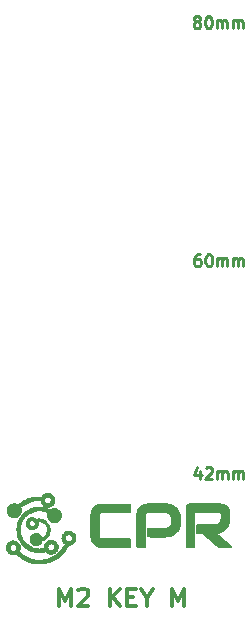
<source format=gbr>
G04 #@! TF.FileFunction,Legend,Top*
%FSLAX46Y46*%
G04 Gerber Fmt 4.6, Leading zero omitted, Abs format (unit mm)*
G04 Created by KiCad (PCBNEW 4.0.7) date 05/24/18 10:42:32*
%MOMM*%
%LPD*%
G01*
G04 APERTURE LIST*
%ADD10C,0.100000*%
%ADD11C,0.250000*%
%ADD12C,0.300000*%
%ADD13C,0.010000*%
G04 APERTURE END LIST*
D10*
D11*
X165125238Y-31620952D02*
X165030000Y-31573333D01*
X164982381Y-31525714D01*
X164934762Y-31430476D01*
X164934762Y-31382857D01*
X164982381Y-31287619D01*
X165030000Y-31240000D01*
X165125238Y-31192381D01*
X165315715Y-31192381D01*
X165410953Y-31240000D01*
X165458572Y-31287619D01*
X165506191Y-31382857D01*
X165506191Y-31430476D01*
X165458572Y-31525714D01*
X165410953Y-31573333D01*
X165315715Y-31620952D01*
X165125238Y-31620952D01*
X165030000Y-31668571D01*
X164982381Y-31716190D01*
X164934762Y-31811429D01*
X164934762Y-32001905D01*
X164982381Y-32097143D01*
X165030000Y-32144762D01*
X165125238Y-32192381D01*
X165315715Y-32192381D01*
X165410953Y-32144762D01*
X165458572Y-32097143D01*
X165506191Y-32001905D01*
X165506191Y-31811429D01*
X165458572Y-31716190D01*
X165410953Y-31668571D01*
X165315715Y-31620952D01*
X166125238Y-31192381D02*
X166220477Y-31192381D01*
X166315715Y-31240000D01*
X166363334Y-31287619D01*
X166410953Y-31382857D01*
X166458572Y-31573333D01*
X166458572Y-31811429D01*
X166410953Y-32001905D01*
X166363334Y-32097143D01*
X166315715Y-32144762D01*
X166220477Y-32192381D01*
X166125238Y-32192381D01*
X166030000Y-32144762D01*
X165982381Y-32097143D01*
X165934762Y-32001905D01*
X165887143Y-31811429D01*
X165887143Y-31573333D01*
X165934762Y-31382857D01*
X165982381Y-31287619D01*
X166030000Y-31240000D01*
X166125238Y-31192381D01*
X166887143Y-32192381D02*
X166887143Y-31525714D01*
X166887143Y-31620952D02*
X166934762Y-31573333D01*
X167030000Y-31525714D01*
X167172858Y-31525714D01*
X167268096Y-31573333D01*
X167315715Y-31668571D01*
X167315715Y-32192381D01*
X167315715Y-31668571D02*
X167363334Y-31573333D01*
X167458572Y-31525714D01*
X167601429Y-31525714D01*
X167696667Y-31573333D01*
X167744286Y-31668571D01*
X167744286Y-32192381D01*
X168220476Y-32192381D02*
X168220476Y-31525714D01*
X168220476Y-31620952D02*
X168268095Y-31573333D01*
X168363333Y-31525714D01*
X168506191Y-31525714D01*
X168601429Y-31573333D01*
X168649048Y-31668571D01*
X168649048Y-32192381D01*
X168649048Y-31668571D02*
X168696667Y-31573333D01*
X168791905Y-31525714D01*
X168934762Y-31525714D01*
X169030000Y-31573333D01*
X169077619Y-31668571D01*
X169077619Y-32192381D01*
X165450953Y-51342381D02*
X165260476Y-51342381D01*
X165165238Y-51390000D01*
X165117619Y-51437619D01*
X165022381Y-51580476D01*
X164974762Y-51770952D01*
X164974762Y-52151905D01*
X165022381Y-52247143D01*
X165070000Y-52294762D01*
X165165238Y-52342381D01*
X165355715Y-52342381D01*
X165450953Y-52294762D01*
X165498572Y-52247143D01*
X165546191Y-52151905D01*
X165546191Y-51913810D01*
X165498572Y-51818571D01*
X165450953Y-51770952D01*
X165355715Y-51723333D01*
X165165238Y-51723333D01*
X165070000Y-51770952D01*
X165022381Y-51818571D01*
X164974762Y-51913810D01*
X166165238Y-51342381D02*
X166260477Y-51342381D01*
X166355715Y-51390000D01*
X166403334Y-51437619D01*
X166450953Y-51532857D01*
X166498572Y-51723333D01*
X166498572Y-51961429D01*
X166450953Y-52151905D01*
X166403334Y-52247143D01*
X166355715Y-52294762D01*
X166260477Y-52342381D01*
X166165238Y-52342381D01*
X166070000Y-52294762D01*
X166022381Y-52247143D01*
X165974762Y-52151905D01*
X165927143Y-51961429D01*
X165927143Y-51723333D01*
X165974762Y-51532857D01*
X166022381Y-51437619D01*
X166070000Y-51390000D01*
X166165238Y-51342381D01*
X166927143Y-52342381D02*
X166927143Y-51675714D01*
X166927143Y-51770952D02*
X166974762Y-51723333D01*
X167070000Y-51675714D01*
X167212858Y-51675714D01*
X167308096Y-51723333D01*
X167355715Y-51818571D01*
X167355715Y-52342381D01*
X167355715Y-51818571D02*
X167403334Y-51723333D01*
X167498572Y-51675714D01*
X167641429Y-51675714D01*
X167736667Y-51723333D01*
X167784286Y-51818571D01*
X167784286Y-52342381D01*
X168260476Y-52342381D02*
X168260476Y-51675714D01*
X168260476Y-51770952D02*
X168308095Y-51723333D01*
X168403333Y-51675714D01*
X168546191Y-51675714D01*
X168641429Y-51723333D01*
X168689048Y-51818571D01*
X168689048Y-52342381D01*
X168689048Y-51818571D02*
X168736667Y-51723333D01*
X168831905Y-51675714D01*
X168974762Y-51675714D01*
X169070000Y-51723333D01*
X169117619Y-51818571D01*
X169117619Y-52342381D01*
X165460953Y-69695714D02*
X165460953Y-70362381D01*
X165222857Y-69314762D02*
X164984762Y-70029048D01*
X165603810Y-70029048D01*
X165937143Y-69457619D02*
X165984762Y-69410000D01*
X166080000Y-69362381D01*
X166318096Y-69362381D01*
X166413334Y-69410000D01*
X166460953Y-69457619D01*
X166508572Y-69552857D01*
X166508572Y-69648095D01*
X166460953Y-69790952D01*
X165889524Y-70362381D01*
X166508572Y-70362381D01*
X166937143Y-70362381D02*
X166937143Y-69695714D01*
X166937143Y-69790952D02*
X166984762Y-69743333D01*
X167080000Y-69695714D01*
X167222858Y-69695714D01*
X167318096Y-69743333D01*
X167365715Y-69838571D01*
X167365715Y-70362381D01*
X167365715Y-69838571D02*
X167413334Y-69743333D01*
X167508572Y-69695714D01*
X167651429Y-69695714D01*
X167746667Y-69743333D01*
X167794286Y-69838571D01*
X167794286Y-70362381D01*
X168270476Y-70362381D02*
X168270476Y-69695714D01*
X168270476Y-69790952D02*
X168318095Y-69743333D01*
X168413333Y-69695714D01*
X168556191Y-69695714D01*
X168651429Y-69743333D01*
X168699048Y-69838571D01*
X168699048Y-70362381D01*
X168699048Y-69838571D02*
X168746667Y-69743333D01*
X168841905Y-69695714D01*
X168984762Y-69695714D01*
X169080000Y-69743333D01*
X169127619Y-69838571D01*
X169127619Y-70362381D01*
D12*
X153524286Y-81148571D02*
X153524286Y-79648571D01*
X154024286Y-80720000D01*
X154524286Y-79648571D01*
X154524286Y-81148571D01*
X155167143Y-79791429D02*
X155238572Y-79720000D01*
X155381429Y-79648571D01*
X155738572Y-79648571D01*
X155881429Y-79720000D01*
X155952858Y-79791429D01*
X156024286Y-79934286D01*
X156024286Y-80077143D01*
X155952858Y-80291429D01*
X155095715Y-81148571D01*
X156024286Y-81148571D01*
X157810000Y-81148571D02*
X157810000Y-79648571D01*
X158667143Y-81148571D02*
X158024286Y-80291429D01*
X158667143Y-79648571D02*
X157810000Y-80505714D01*
X159310000Y-80362857D02*
X159810000Y-80362857D01*
X160024286Y-81148571D02*
X159310000Y-81148571D01*
X159310000Y-79648571D01*
X160024286Y-79648571D01*
X160952857Y-80434286D02*
X160952857Y-81148571D01*
X160452857Y-79648571D02*
X160952857Y-80434286D01*
X161452857Y-79648571D01*
X163095714Y-81148571D02*
X163095714Y-79648571D01*
X163595714Y-80720000D01*
X164095714Y-79648571D01*
X164095714Y-81148571D01*
D13*
G36*
X154405773Y-74747073D02*
X154459077Y-74754742D01*
X154488896Y-74762166D01*
X154580641Y-74798234D01*
X154662659Y-74845737D01*
X154734267Y-74903750D01*
X154794780Y-74971349D01*
X154843515Y-75047611D01*
X154879787Y-75131610D01*
X154902914Y-75222423D01*
X154912211Y-75319127D01*
X154912370Y-75334387D01*
X154905694Y-75419642D01*
X154886621Y-75504752D01*
X154856394Y-75585667D01*
X154816256Y-75658339D01*
X154810239Y-75667164D01*
X154784960Y-75698960D01*
X154751512Y-75735071D01*
X154714395Y-75771072D01*
X154678112Y-75802536D01*
X154654575Y-75820209D01*
X154587345Y-75858465D01*
X154511760Y-75888481D01*
X154432873Y-75908683D01*
X154355735Y-75917499D01*
X154341093Y-75917757D01*
X154292508Y-75917757D01*
X154247601Y-76008197D01*
X154150077Y-76187608D01*
X154040234Y-76358209D01*
X153918634Y-76519434D01*
X153785835Y-76670715D01*
X153642398Y-76811487D01*
X153488884Y-76941184D01*
X153325853Y-77059239D01*
X153153864Y-77165086D01*
X153045909Y-77222851D01*
X152870526Y-77303639D01*
X152688606Y-77372098D01*
X152502580Y-77427487D01*
X152314882Y-77469062D01*
X152164606Y-77491943D01*
X152129536Y-77495294D01*
X152083034Y-77498436D01*
X152027925Y-77501295D01*
X151967035Y-77503796D01*
X151903188Y-77505864D01*
X151839212Y-77507425D01*
X151777931Y-77508404D01*
X151722171Y-77508725D01*
X151674757Y-77508315D01*
X151638516Y-77507099D01*
X151625818Y-77506197D01*
X151416617Y-77479632D01*
X151213588Y-77439065D01*
X151016934Y-77384586D01*
X150826858Y-77316286D01*
X150643563Y-77234258D01*
X150467252Y-77138592D01*
X150298129Y-77029380D01*
X150136395Y-76906712D01*
X149982254Y-76770681D01*
X149975459Y-76764209D01*
X149890151Y-76682678D01*
X149827027Y-76704478D01*
X149734514Y-76728779D01*
X149642431Y-76738380D01*
X149552086Y-76733942D01*
X149464790Y-76716125D01*
X149381851Y-76685592D01*
X149304580Y-76643003D01*
X149234286Y-76589020D01*
X149172277Y-76524302D01*
X149119865Y-76449512D01*
X149078357Y-76365311D01*
X149061510Y-76318000D01*
X149054037Y-76291886D01*
X149048921Y-76267219D01*
X149045740Y-76240051D01*
X149044075Y-76206432D01*
X149043505Y-76162413D01*
X149043484Y-76148666D01*
X149043485Y-76148505D01*
X149335969Y-76148505D01*
X149336572Y-76185820D01*
X149338993Y-76213002D01*
X149344153Y-76235282D01*
X149352972Y-76257894D01*
X149356598Y-76265799D01*
X149391948Y-76323527D01*
X149438907Y-76372088D01*
X149495800Y-76410101D01*
X149560956Y-76436184D01*
X149563835Y-76436994D01*
X149619102Y-76444737D01*
X149678536Y-76439313D01*
X149728379Y-76425073D01*
X149784436Y-76396027D01*
X149833590Y-76354670D01*
X149873874Y-76303269D01*
X149903321Y-76244093D01*
X149913581Y-76211462D01*
X149921201Y-76151687D01*
X149914666Y-76091750D01*
X149895038Y-76033806D01*
X149863381Y-75980008D01*
X149820758Y-75932510D01*
X149768232Y-75893466D01*
X149752166Y-75884484D01*
X149729262Y-75873131D01*
X149710021Y-75865965D01*
X149689612Y-75862032D01*
X149663204Y-75860377D01*
X149628454Y-75860046D01*
X149590597Y-75860554D01*
X149563188Y-75862655D01*
X149541301Y-75867190D01*
X149520009Y-75874997D01*
X149507473Y-75880658D01*
X149452073Y-75914677D01*
X149403910Y-75960228D01*
X149366435Y-76013925D01*
X149360917Y-76024545D01*
X149348973Y-76050178D01*
X149341584Y-76071404D01*
X149337676Y-76093574D01*
X149336170Y-76122038D01*
X149335969Y-76148505D01*
X149043485Y-76148505D01*
X149043837Y-76101269D01*
X149045174Y-76065307D01*
X149047917Y-76036830D01*
X149052486Y-76011890D01*
X149059300Y-75986537D01*
X149061510Y-75979333D01*
X149097382Y-75888554D01*
X149144891Y-75807522D01*
X149203289Y-75736841D01*
X149271829Y-75677116D01*
X149349764Y-75628949D01*
X149436345Y-75592946D01*
X149530825Y-75569709D01*
X149576196Y-75563529D01*
X149668245Y-75561449D01*
X149757790Y-75573975D01*
X149843519Y-75600365D01*
X149924121Y-75639876D01*
X149998287Y-75691766D01*
X150064706Y-75755294D01*
X150122066Y-75829718D01*
X150158983Y-75893480D01*
X150184387Y-75953940D01*
X150201203Y-76019216D01*
X150210135Y-76092687D01*
X150212061Y-76148666D01*
X150209449Y-76223123D01*
X150199859Y-76288204D01*
X150182145Y-76348778D01*
X150155158Y-76409718D01*
X150146733Y-76425757D01*
X150115564Y-76483485D01*
X150198222Y-76562397D01*
X150336523Y-76683918D01*
X150485016Y-76794541D01*
X150642466Y-76893683D01*
X150807640Y-76980761D01*
X150979301Y-77055193D01*
X151156216Y-77116396D01*
X151337151Y-77163787D01*
X151520870Y-77196784D01*
X151550416Y-77200685D01*
X151601671Y-77205729D01*
X151663745Y-77209627D01*
X151733232Y-77212354D01*
X151806726Y-77213887D01*
X151880819Y-77214204D01*
X151952105Y-77213279D01*
X152017178Y-77211089D01*
X152072631Y-77207612D01*
X152103030Y-77204509D01*
X152297212Y-77172553D01*
X152485597Y-77126345D01*
X152668119Y-77065910D01*
X152844710Y-76991275D01*
X153015304Y-76902468D01*
X153179834Y-76799515D01*
X153267374Y-76737125D01*
X153410911Y-76620828D01*
X153545994Y-76492373D01*
X153671408Y-76353192D01*
X153785935Y-76204714D01*
X153888359Y-76048371D01*
X153956076Y-75927629D01*
X154006868Y-75830319D01*
X153980510Y-75810538D01*
X153908403Y-75747406D01*
X153848190Y-75675903D01*
X153800345Y-75597499D01*
X153765342Y-75513664D01*
X153743658Y-75425867D01*
X153736751Y-75346832D01*
X154030952Y-75346832D01*
X154041825Y-75407039D01*
X154066093Y-75465188D01*
X154103922Y-75519425D01*
X154130726Y-75547061D01*
X154181042Y-75585869D01*
X154233594Y-75610459D01*
X154291485Y-75621982D01*
X154335151Y-75622953D01*
X154371950Y-75620150D01*
X154402327Y-75613392D01*
X154434562Y-75600604D01*
X154446081Y-75595161D01*
X154505063Y-75558538D01*
X154553093Y-75511111D01*
X154590005Y-75453048D01*
X154592334Y-75448242D01*
X154604189Y-75421462D01*
X154611316Y-75398748D01*
X154614878Y-75374263D01*
X154616037Y-75342169D01*
X154616091Y-75328939D01*
X154615482Y-75293188D01*
X154612859Y-75266903D01*
X154607026Y-75244177D01*
X154596784Y-75219104D01*
X154591571Y-75207906D01*
X154557224Y-75151668D01*
X154513518Y-75105757D01*
X154462489Y-75070793D01*
X154406170Y-75047397D01*
X154346596Y-75036190D01*
X154285804Y-75037792D01*
X154225826Y-75052823D01*
X154171827Y-75079870D01*
X154118165Y-75122535D01*
X154077083Y-75172419D01*
X154048745Y-75227667D01*
X154033313Y-75286423D01*
X154030952Y-75346832D01*
X153736751Y-75346832D01*
X153735767Y-75335579D01*
X153742145Y-75244270D01*
X153763266Y-75153409D01*
X153765701Y-75145920D01*
X153802945Y-75057234D01*
X153852311Y-74977678D01*
X153913027Y-74907974D01*
X153984322Y-74848842D01*
X154065425Y-74801004D01*
X154155562Y-74765181D01*
X154181212Y-74757699D01*
X154228772Y-74748698D01*
X154285479Y-74743977D01*
X154346193Y-74743460D01*
X154405773Y-74747073D01*
X154405773Y-74747073D01*
G37*
X154405773Y-74747073D02*
X154459077Y-74754742D01*
X154488896Y-74762166D01*
X154580641Y-74798234D01*
X154662659Y-74845737D01*
X154734267Y-74903750D01*
X154794780Y-74971349D01*
X154843515Y-75047611D01*
X154879787Y-75131610D01*
X154902914Y-75222423D01*
X154912211Y-75319127D01*
X154912370Y-75334387D01*
X154905694Y-75419642D01*
X154886621Y-75504752D01*
X154856394Y-75585667D01*
X154816256Y-75658339D01*
X154810239Y-75667164D01*
X154784960Y-75698960D01*
X154751512Y-75735071D01*
X154714395Y-75771072D01*
X154678112Y-75802536D01*
X154654575Y-75820209D01*
X154587345Y-75858465D01*
X154511760Y-75888481D01*
X154432873Y-75908683D01*
X154355735Y-75917499D01*
X154341093Y-75917757D01*
X154292508Y-75917757D01*
X154247601Y-76008197D01*
X154150077Y-76187608D01*
X154040234Y-76358209D01*
X153918634Y-76519434D01*
X153785835Y-76670715D01*
X153642398Y-76811487D01*
X153488884Y-76941184D01*
X153325853Y-77059239D01*
X153153864Y-77165086D01*
X153045909Y-77222851D01*
X152870526Y-77303639D01*
X152688606Y-77372098D01*
X152502580Y-77427487D01*
X152314882Y-77469062D01*
X152164606Y-77491943D01*
X152129536Y-77495294D01*
X152083034Y-77498436D01*
X152027925Y-77501295D01*
X151967035Y-77503796D01*
X151903188Y-77505864D01*
X151839212Y-77507425D01*
X151777931Y-77508404D01*
X151722171Y-77508725D01*
X151674757Y-77508315D01*
X151638516Y-77507099D01*
X151625818Y-77506197D01*
X151416617Y-77479632D01*
X151213588Y-77439065D01*
X151016934Y-77384586D01*
X150826858Y-77316286D01*
X150643563Y-77234258D01*
X150467252Y-77138592D01*
X150298129Y-77029380D01*
X150136395Y-76906712D01*
X149982254Y-76770681D01*
X149975459Y-76764209D01*
X149890151Y-76682678D01*
X149827027Y-76704478D01*
X149734514Y-76728779D01*
X149642431Y-76738380D01*
X149552086Y-76733942D01*
X149464790Y-76716125D01*
X149381851Y-76685592D01*
X149304580Y-76643003D01*
X149234286Y-76589020D01*
X149172277Y-76524302D01*
X149119865Y-76449512D01*
X149078357Y-76365311D01*
X149061510Y-76318000D01*
X149054037Y-76291886D01*
X149048921Y-76267219D01*
X149045740Y-76240051D01*
X149044075Y-76206432D01*
X149043505Y-76162413D01*
X149043484Y-76148666D01*
X149043485Y-76148505D01*
X149335969Y-76148505D01*
X149336572Y-76185820D01*
X149338993Y-76213002D01*
X149344153Y-76235282D01*
X149352972Y-76257894D01*
X149356598Y-76265799D01*
X149391948Y-76323527D01*
X149438907Y-76372088D01*
X149495800Y-76410101D01*
X149560956Y-76436184D01*
X149563835Y-76436994D01*
X149619102Y-76444737D01*
X149678536Y-76439313D01*
X149728379Y-76425073D01*
X149784436Y-76396027D01*
X149833590Y-76354670D01*
X149873874Y-76303269D01*
X149903321Y-76244093D01*
X149913581Y-76211462D01*
X149921201Y-76151687D01*
X149914666Y-76091750D01*
X149895038Y-76033806D01*
X149863381Y-75980008D01*
X149820758Y-75932510D01*
X149768232Y-75893466D01*
X149752166Y-75884484D01*
X149729262Y-75873131D01*
X149710021Y-75865965D01*
X149689612Y-75862032D01*
X149663204Y-75860377D01*
X149628454Y-75860046D01*
X149590597Y-75860554D01*
X149563188Y-75862655D01*
X149541301Y-75867190D01*
X149520009Y-75874997D01*
X149507473Y-75880658D01*
X149452073Y-75914677D01*
X149403910Y-75960228D01*
X149366435Y-76013925D01*
X149360917Y-76024545D01*
X149348973Y-76050178D01*
X149341584Y-76071404D01*
X149337676Y-76093574D01*
X149336170Y-76122038D01*
X149335969Y-76148505D01*
X149043485Y-76148505D01*
X149043837Y-76101269D01*
X149045174Y-76065307D01*
X149047917Y-76036830D01*
X149052486Y-76011890D01*
X149059300Y-75986537D01*
X149061510Y-75979333D01*
X149097382Y-75888554D01*
X149144891Y-75807522D01*
X149203289Y-75736841D01*
X149271829Y-75677116D01*
X149349764Y-75628949D01*
X149436345Y-75592946D01*
X149530825Y-75569709D01*
X149576196Y-75563529D01*
X149668245Y-75561449D01*
X149757790Y-75573975D01*
X149843519Y-75600365D01*
X149924121Y-75639876D01*
X149998287Y-75691766D01*
X150064706Y-75755294D01*
X150122066Y-75829718D01*
X150158983Y-75893480D01*
X150184387Y-75953940D01*
X150201203Y-76019216D01*
X150210135Y-76092687D01*
X150212061Y-76148666D01*
X150209449Y-76223123D01*
X150199859Y-76288204D01*
X150182145Y-76348778D01*
X150155158Y-76409718D01*
X150146733Y-76425757D01*
X150115564Y-76483485D01*
X150198222Y-76562397D01*
X150336523Y-76683918D01*
X150485016Y-76794541D01*
X150642466Y-76893683D01*
X150807640Y-76980761D01*
X150979301Y-77055193D01*
X151156216Y-77116396D01*
X151337151Y-77163787D01*
X151520870Y-77196784D01*
X151550416Y-77200685D01*
X151601671Y-77205729D01*
X151663745Y-77209627D01*
X151733232Y-77212354D01*
X151806726Y-77213887D01*
X151880819Y-77214204D01*
X151952105Y-77213279D01*
X152017178Y-77211089D01*
X152072631Y-77207612D01*
X152103030Y-77204509D01*
X152297212Y-77172553D01*
X152485597Y-77126345D01*
X152668119Y-77065910D01*
X152844710Y-76991275D01*
X153015304Y-76902468D01*
X153179834Y-76799515D01*
X153267374Y-76737125D01*
X153410911Y-76620828D01*
X153545994Y-76492373D01*
X153671408Y-76353192D01*
X153785935Y-76204714D01*
X153888359Y-76048371D01*
X153956076Y-75927629D01*
X154006868Y-75830319D01*
X153980510Y-75810538D01*
X153908403Y-75747406D01*
X153848190Y-75675903D01*
X153800345Y-75597499D01*
X153765342Y-75513664D01*
X153743658Y-75425867D01*
X153736751Y-75346832D01*
X154030952Y-75346832D01*
X154041825Y-75407039D01*
X154066093Y-75465188D01*
X154103922Y-75519425D01*
X154130726Y-75547061D01*
X154181042Y-75585869D01*
X154233594Y-75610459D01*
X154291485Y-75621982D01*
X154335151Y-75622953D01*
X154371950Y-75620150D01*
X154402327Y-75613392D01*
X154434562Y-75600604D01*
X154446081Y-75595161D01*
X154505063Y-75558538D01*
X154553093Y-75511111D01*
X154590005Y-75453048D01*
X154592334Y-75448242D01*
X154604189Y-75421462D01*
X154611316Y-75398748D01*
X154614878Y-75374263D01*
X154616037Y-75342169D01*
X154616091Y-75328939D01*
X154615482Y-75293188D01*
X154612859Y-75266903D01*
X154607026Y-75244177D01*
X154596784Y-75219104D01*
X154591571Y-75207906D01*
X154557224Y-75151668D01*
X154513518Y-75105757D01*
X154462489Y-75070793D01*
X154406170Y-75047397D01*
X154346596Y-75036190D01*
X154285804Y-75037792D01*
X154225826Y-75052823D01*
X154171827Y-75079870D01*
X154118165Y-75122535D01*
X154077083Y-75172419D01*
X154048745Y-75227667D01*
X154033313Y-75286423D01*
X154030952Y-75346832D01*
X153736751Y-75346832D01*
X153735767Y-75335579D01*
X153742145Y-75244270D01*
X153763266Y-75153409D01*
X153765701Y-75145920D01*
X153802945Y-75057234D01*
X153852311Y-74977678D01*
X153913027Y-74907974D01*
X153984322Y-74848842D01*
X154065425Y-74801004D01*
X154155562Y-74765181D01*
X154181212Y-74757699D01*
X154228772Y-74748698D01*
X154285479Y-74743977D01*
X154346193Y-74743460D01*
X154405773Y-74747073D01*
G36*
X151975726Y-72725148D02*
X152111706Y-72737759D01*
X152241131Y-72759536D01*
X152367403Y-72791235D01*
X152493924Y-72833617D01*
X152624096Y-72887439D01*
X152668867Y-72908045D01*
X152761341Y-72951601D01*
X152790456Y-72930490D01*
X152822948Y-72910859D01*
X152865654Y-72890627D01*
X152913618Y-72871801D01*
X152961884Y-72856392D01*
X152991026Y-72849170D01*
X153032338Y-72842793D01*
X153080671Y-72840178D01*
X153138272Y-72841029D01*
X153183404Y-72843392D01*
X153219076Y-72847194D01*
X153251217Y-72853457D01*
X153285755Y-72863206D01*
X153307285Y-72870211D01*
X153392754Y-72906714D01*
X153470280Y-72955849D01*
X153538772Y-73016464D01*
X153597140Y-73087407D01*
X153644293Y-73167525D01*
X153679142Y-73255667D01*
X153682404Y-73266587D01*
X153692243Y-73313437D01*
X153698353Y-73369734D01*
X153700678Y-73430481D01*
X153699164Y-73490679D01*
X153693756Y-73545331D01*
X153685896Y-73584272D01*
X153653406Y-73674411D01*
X153608362Y-73756328D01*
X153551756Y-73829048D01*
X153484579Y-73891595D01*
X153407823Y-73942996D01*
X153322480Y-73982274D01*
X153262117Y-74001036D01*
X153204963Y-74011470D01*
X153139896Y-74016549D01*
X153072760Y-74016257D01*
X153009399Y-74010576D01*
X152964398Y-74001894D01*
X152873247Y-73970923D01*
X152790996Y-73927520D01*
X152718162Y-73872102D01*
X152655260Y-73805085D01*
X152602807Y-73726888D01*
X152587125Y-73697182D01*
X152562493Y-73643259D01*
X152545130Y-73593988D01*
X152534155Y-73544903D01*
X152528685Y-73491538D01*
X152527838Y-73429425D01*
X152528607Y-73400848D01*
X152531059Y-73350470D01*
X152534670Y-73311812D01*
X152539929Y-73281217D01*
X152547325Y-73255026D01*
X152548568Y-73251477D01*
X152557143Y-73226127D01*
X152563041Y-73206007D01*
X152564848Y-73196714D01*
X152558026Y-73190256D01*
X152539253Y-73179671D01*
X152511067Y-73166035D01*
X152476004Y-73150419D01*
X152436603Y-73133898D01*
X152395403Y-73117546D01*
X152354940Y-73102435D01*
X152317752Y-73089639D01*
X152295454Y-73082757D01*
X152139110Y-73045270D01*
X151983062Y-73023042D01*
X151827940Y-73015941D01*
X151674370Y-73023835D01*
X151522981Y-73046593D01*
X151374402Y-73084084D01*
X151229258Y-73136174D01*
X151088180Y-73202734D01*
X150951794Y-73283631D01*
X150820728Y-73378733D01*
X150798705Y-73396564D01*
X150687495Y-73497778D01*
X150586648Y-73609427D01*
X150496739Y-73730231D01*
X150418345Y-73858914D01*
X150352041Y-73994196D01*
X150298404Y-74134801D01*
X150258008Y-74279451D01*
X150231429Y-74426867D01*
X150219244Y-74575771D01*
X150219649Y-74681779D01*
X150233535Y-74841589D01*
X150261933Y-74996847D01*
X150304455Y-75146859D01*
X150360711Y-75290933D01*
X150430312Y-75428375D01*
X150512869Y-75558494D01*
X150607992Y-75680595D01*
X150715292Y-75793987D01*
X150834380Y-75897975D01*
X150950454Y-75982381D01*
X151082575Y-76061212D01*
X151221363Y-76126711D01*
X151365533Y-76178638D01*
X151513795Y-76216752D01*
X151664862Y-76240810D01*
X151817446Y-76250571D01*
X151970258Y-76245795D01*
X152122010Y-76226239D01*
X152184624Y-76213670D01*
X152239958Y-76201360D01*
X152242473Y-76118098D01*
X152536225Y-76118098D01*
X152536663Y-76123405D01*
X152550032Y-76186836D01*
X152576824Y-76245998D01*
X152615216Y-76298540D01*
X152663387Y-76342115D01*
X152719512Y-76374373D01*
X152736676Y-76381154D01*
X152789292Y-76392757D01*
X152847054Y-76393320D01*
X152904777Y-76383217D01*
X152951694Y-76365667D01*
X153003548Y-76332759D01*
X153047804Y-76290079D01*
X153083045Y-76240202D01*
X153107851Y-76185703D01*
X153120801Y-76129157D01*
X153120476Y-76073139D01*
X153118772Y-76062639D01*
X153098897Y-75997006D01*
X153066170Y-75938057D01*
X153022069Y-75887758D01*
X152968069Y-75848077D01*
X152950687Y-75838796D01*
X152892533Y-75817869D01*
X152831244Y-75809680D01*
X152770818Y-75814476D01*
X152732241Y-75825288D01*
X152674724Y-75854357D01*
X152625209Y-75894269D01*
X152585151Y-75942813D01*
X152555999Y-75997774D01*
X152539206Y-76056940D01*
X152536225Y-76118098D01*
X152242473Y-76118098D01*
X152243486Y-76084574D01*
X152245247Y-76036589D01*
X152247545Y-76000268D01*
X152250892Y-75971880D01*
X152255800Y-75947695D01*
X152262781Y-75923982D01*
X152267346Y-75910753D01*
X152306824Y-75821500D01*
X152357646Y-75741940D01*
X152418761Y-75672818D01*
X152489121Y-75614881D01*
X152567675Y-75568874D01*
X152653374Y-75535545D01*
X152745167Y-75515640D01*
X152831395Y-75509818D01*
X152925109Y-75517192D01*
X153014421Y-75538685D01*
X153098106Y-75573355D01*
X153174942Y-75620260D01*
X153243705Y-75678456D01*
X153303172Y-75747001D01*
X153352121Y-75824954D01*
X153389327Y-75911370D01*
X153400771Y-75948545D01*
X153407679Y-75984490D01*
X153412390Y-76030924D01*
X153414835Y-76083123D01*
X153414944Y-76136361D01*
X153412648Y-76185912D01*
X153407880Y-76227051D01*
X153405039Y-76241030D01*
X153392381Y-76280620D01*
X153372808Y-76327401D01*
X153348754Y-76376590D01*
X153322651Y-76423406D01*
X153296933Y-76463067D01*
X153282773Y-76481351D01*
X153222793Y-76541903D01*
X153154151Y-76594192D01*
X153080071Y-76636235D01*
X153003778Y-76666052D01*
X152966699Y-76675570D01*
X152925040Y-76682672D01*
X152878209Y-76688025D01*
X152831530Y-76691238D01*
X152790330Y-76691920D01*
X152764969Y-76690390D01*
X152723230Y-76683383D01*
X152676061Y-76672375D01*
X152630156Y-76659129D01*
X152592212Y-76645408D01*
X152589110Y-76644077D01*
X152536320Y-76616714D01*
X152482175Y-76581308D01*
X152432804Y-76542138D01*
X152405402Y-76515868D01*
X152366104Y-76474317D01*
X152309612Y-76488875D01*
X152156335Y-76520930D01*
X151997284Y-76540038D01*
X151834948Y-76546239D01*
X151671817Y-76539573D01*
X151510377Y-76520083D01*
X151353119Y-76487809D01*
X151294848Y-76472165D01*
X151142712Y-76420739D01*
X150993767Y-76355073D01*
X150849742Y-76276251D01*
X150712366Y-76185357D01*
X150583369Y-76083473D01*
X150464477Y-75971686D01*
X150418573Y-75922709D01*
X150308437Y-75789839D01*
X150212104Y-75650554D01*
X150129369Y-75504429D01*
X150060025Y-75351037D01*
X150003865Y-75189951D01*
X149960681Y-75020744D01*
X149946854Y-74949905D01*
X149940153Y-74902397D01*
X149934562Y-74843078D01*
X149930180Y-74775498D01*
X149927107Y-74703206D01*
X149925441Y-74629754D01*
X149925281Y-74558689D01*
X149926726Y-74493563D01*
X149929875Y-74437925D01*
X149931979Y-74416007D01*
X149958805Y-74246383D01*
X150000122Y-74081367D01*
X150055582Y-73921692D01*
X150124837Y-73768086D01*
X150207539Y-73621283D01*
X150303341Y-73482012D01*
X150411895Y-73351005D01*
X150465758Y-73293981D01*
X150565803Y-73197933D01*
X150665617Y-73114095D01*
X150768855Y-73039781D01*
X150879176Y-72972306D01*
X150969208Y-72924349D01*
X151117774Y-72856301D01*
X151265497Y-72802694D01*
X151414658Y-72762987D01*
X151567538Y-72736643D01*
X151726420Y-72723121D01*
X151829788Y-72720942D01*
X151975726Y-72725148D01*
X151975726Y-72725148D01*
G37*
X151975726Y-72725148D02*
X152111706Y-72737759D01*
X152241131Y-72759536D01*
X152367403Y-72791235D01*
X152493924Y-72833617D01*
X152624096Y-72887439D01*
X152668867Y-72908045D01*
X152761341Y-72951601D01*
X152790456Y-72930490D01*
X152822948Y-72910859D01*
X152865654Y-72890627D01*
X152913618Y-72871801D01*
X152961884Y-72856392D01*
X152991026Y-72849170D01*
X153032338Y-72842793D01*
X153080671Y-72840178D01*
X153138272Y-72841029D01*
X153183404Y-72843392D01*
X153219076Y-72847194D01*
X153251217Y-72853457D01*
X153285755Y-72863206D01*
X153307285Y-72870211D01*
X153392754Y-72906714D01*
X153470280Y-72955849D01*
X153538772Y-73016464D01*
X153597140Y-73087407D01*
X153644293Y-73167525D01*
X153679142Y-73255667D01*
X153682404Y-73266587D01*
X153692243Y-73313437D01*
X153698353Y-73369734D01*
X153700678Y-73430481D01*
X153699164Y-73490679D01*
X153693756Y-73545331D01*
X153685896Y-73584272D01*
X153653406Y-73674411D01*
X153608362Y-73756328D01*
X153551756Y-73829048D01*
X153484579Y-73891595D01*
X153407823Y-73942996D01*
X153322480Y-73982274D01*
X153262117Y-74001036D01*
X153204963Y-74011470D01*
X153139896Y-74016549D01*
X153072760Y-74016257D01*
X153009399Y-74010576D01*
X152964398Y-74001894D01*
X152873247Y-73970923D01*
X152790996Y-73927520D01*
X152718162Y-73872102D01*
X152655260Y-73805085D01*
X152602807Y-73726888D01*
X152587125Y-73697182D01*
X152562493Y-73643259D01*
X152545130Y-73593988D01*
X152534155Y-73544903D01*
X152528685Y-73491538D01*
X152527838Y-73429425D01*
X152528607Y-73400848D01*
X152531059Y-73350470D01*
X152534670Y-73311812D01*
X152539929Y-73281217D01*
X152547325Y-73255026D01*
X152548568Y-73251477D01*
X152557143Y-73226127D01*
X152563041Y-73206007D01*
X152564848Y-73196714D01*
X152558026Y-73190256D01*
X152539253Y-73179671D01*
X152511067Y-73166035D01*
X152476004Y-73150419D01*
X152436603Y-73133898D01*
X152395403Y-73117546D01*
X152354940Y-73102435D01*
X152317752Y-73089639D01*
X152295454Y-73082757D01*
X152139110Y-73045270D01*
X151983062Y-73023042D01*
X151827940Y-73015941D01*
X151674370Y-73023835D01*
X151522981Y-73046593D01*
X151374402Y-73084084D01*
X151229258Y-73136174D01*
X151088180Y-73202734D01*
X150951794Y-73283631D01*
X150820728Y-73378733D01*
X150798705Y-73396564D01*
X150687495Y-73497778D01*
X150586648Y-73609427D01*
X150496739Y-73730231D01*
X150418345Y-73858914D01*
X150352041Y-73994196D01*
X150298404Y-74134801D01*
X150258008Y-74279451D01*
X150231429Y-74426867D01*
X150219244Y-74575771D01*
X150219649Y-74681779D01*
X150233535Y-74841589D01*
X150261933Y-74996847D01*
X150304455Y-75146859D01*
X150360711Y-75290933D01*
X150430312Y-75428375D01*
X150512869Y-75558494D01*
X150607992Y-75680595D01*
X150715292Y-75793987D01*
X150834380Y-75897975D01*
X150950454Y-75982381D01*
X151082575Y-76061212D01*
X151221363Y-76126711D01*
X151365533Y-76178638D01*
X151513795Y-76216752D01*
X151664862Y-76240810D01*
X151817446Y-76250571D01*
X151970258Y-76245795D01*
X152122010Y-76226239D01*
X152184624Y-76213670D01*
X152239958Y-76201360D01*
X152242473Y-76118098D01*
X152536225Y-76118098D01*
X152536663Y-76123405D01*
X152550032Y-76186836D01*
X152576824Y-76245998D01*
X152615216Y-76298540D01*
X152663387Y-76342115D01*
X152719512Y-76374373D01*
X152736676Y-76381154D01*
X152789292Y-76392757D01*
X152847054Y-76393320D01*
X152904777Y-76383217D01*
X152951694Y-76365667D01*
X153003548Y-76332759D01*
X153047804Y-76290079D01*
X153083045Y-76240202D01*
X153107851Y-76185703D01*
X153120801Y-76129157D01*
X153120476Y-76073139D01*
X153118772Y-76062639D01*
X153098897Y-75997006D01*
X153066170Y-75938057D01*
X153022069Y-75887758D01*
X152968069Y-75848077D01*
X152950687Y-75838796D01*
X152892533Y-75817869D01*
X152831244Y-75809680D01*
X152770818Y-75814476D01*
X152732241Y-75825288D01*
X152674724Y-75854357D01*
X152625209Y-75894269D01*
X152585151Y-75942813D01*
X152555999Y-75997774D01*
X152539206Y-76056940D01*
X152536225Y-76118098D01*
X152242473Y-76118098D01*
X152243486Y-76084574D01*
X152245247Y-76036589D01*
X152247545Y-76000268D01*
X152250892Y-75971880D01*
X152255800Y-75947695D01*
X152262781Y-75923982D01*
X152267346Y-75910753D01*
X152306824Y-75821500D01*
X152357646Y-75741940D01*
X152418761Y-75672818D01*
X152489121Y-75614881D01*
X152567675Y-75568874D01*
X152653374Y-75535545D01*
X152745167Y-75515640D01*
X152831395Y-75509818D01*
X152925109Y-75517192D01*
X153014421Y-75538685D01*
X153098106Y-75573355D01*
X153174942Y-75620260D01*
X153243705Y-75678456D01*
X153303172Y-75747001D01*
X153352121Y-75824954D01*
X153389327Y-75911370D01*
X153400771Y-75948545D01*
X153407679Y-75984490D01*
X153412390Y-76030924D01*
X153414835Y-76083123D01*
X153414944Y-76136361D01*
X153412648Y-76185912D01*
X153407880Y-76227051D01*
X153405039Y-76241030D01*
X153392381Y-76280620D01*
X153372808Y-76327401D01*
X153348754Y-76376590D01*
X153322651Y-76423406D01*
X153296933Y-76463067D01*
X153282773Y-76481351D01*
X153222793Y-76541903D01*
X153154151Y-76594192D01*
X153080071Y-76636235D01*
X153003778Y-76666052D01*
X152966699Y-76675570D01*
X152925040Y-76682672D01*
X152878209Y-76688025D01*
X152831530Y-76691238D01*
X152790330Y-76691920D01*
X152764969Y-76690390D01*
X152723230Y-76683383D01*
X152676061Y-76672375D01*
X152630156Y-76659129D01*
X152592212Y-76645408D01*
X152589110Y-76644077D01*
X152536320Y-76616714D01*
X152482175Y-76581308D01*
X152432804Y-76542138D01*
X152405402Y-76515868D01*
X152366104Y-76474317D01*
X152309612Y-76488875D01*
X152156335Y-76520930D01*
X151997284Y-76540038D01*
X151834948Y-76546239D01*
X151671817Y-76539573D01*
X151510377Y-76520083D01*
X151353119Y-76487809D01*
X151294848Y-76472165D01*
X151142712Y-76420739D01*
X150993767Y-76355073D01*
X150849742Y-76276251D01*
X150712366Y-76185357D01*
X150583369Y-76083473D01*
X150464477Y-75971686D01*
X150418573Y-75922709D01*
X150308437Y-75789839D01*
X150212104Y-75650554D01*
X150129369Y-75504429D01*
X150060025Y-75351037D01*
X150003865Y-75189951D01*
X149960681Y-75020744D01*
X149946854Y-74949905D01*
X149940153Y-74902397D01*
X149934562Y-74843078D01*
X149930180Y-74775498D01*
X149927107Y-74703206D01*
X149925441Y-74629754D01*
X149925281Y-74558689D01*
X149926726Y-74493563D01*
X149929875Y-74437925D01*
X149931979Y-74416007D01*
X149958805Y-74246383D01*
X150000122Y-74081367D01*
X150055582Y-73921692D01*
X150124837Y-73768086D01*
X150207539Y-73621283D01*
X150303341Y-73482012D01*
X150411895Y-73351005D01*
X150465758Y-73293981D01*
X150565803Y-73197933D01*
X150665617Y-73114095D01*
X150768855Y-73039781D01*
X150879176Y-72972306D01*
X150969208Y-72924349D01*
X151117774Y-72856301D01*
X151265497Y-72802694D01*
X151414658Y-72762987D01*
X151567538Y-72736643D01*
X151726420Y-72723121D01*
X151829788Y-72720942D01*
X151975726Y-72725148D01*
G36*
X161897694Y-72430795D02*
X161997160Y-72430936D01*
X162094261Y-72431172D01*
X162187815Y-72431502D01*
X162276637Y-72431927D01*
X162359544Y-72432445D01*
X162435351Y-72433058D01*
X162502875Y-72433766D01*
X162560932Y-72434568D01*
X162608338Y-72435464D01*
X162643910Y-72436455D01*
X162666462Y-72437540D01*
X162674813Y-72438719D01*
X162674818Y-72438727D01*
X162684155Y-72442139D01*
X162705128Y-72444776D01*
X162733981Y-72446247D01*
X162748871Y-72446424D01*
X162789137Y-72448189D01*
X162827703Y-72452997D01*
X162861123Y-72460118D01*
X162885954Y-72468823D01*
X162898601Y-72478136D01*
X162908298Y-72482458D01*
X162927191Y-72484781D01*
X162933121Y-72484909D01*
X162952231Y-72486640D01*
X162962749Y-72490957D01*
X162963454Y-72492606D01*
X162969880Y-72498921D01*
X162978394Y-72500303D01*
X162993129Y-72503837D01*
X162998091Y-72508000D01*
X163009033Y-72514649D01*
X163016576Y-72515697D01*
X163029091Y-72518954D01*
X163050316Y-72527428D01*
X163076243Y-72539173D01*
X163102865Y-72552242D01*
X163126175Y-72564689D01*
X163142166Y-72574567D01*
X163146899Y-72578998D01*
X163155758Y-72584618D01*
X163159186Y-72584969D01*
X163175625Y-72589185D01*
X163197120Y-72599398D01*
X163216730Y-72611953D01*
X163225284Y-72619765D01*
X163237864Y-72629431D01*
X163244367Y-72631151D01*
X163254446Y-72636336D01*
X163271008Y-72649825D01*
X163287569Y-72665788D01*
X163306614Y-72683958D01*
X163322504Y-72696500D01*
X163330729Y-72700424D01*
X163339966Y-72705708D01*
X163356953Y-72719844D01*
X163379125Y-72740256D01*
X163403918Y-72764369D01*
X163428766Y-72789607D01*
X163451105Y-72813396D01*
X163468370Y-72833160D01*
X163477995Y-72846323D01*
X163479151Y-72849447D01*
X163484379Y-72860978D01*
X163497169Y-72876087D01*
X163499210Y-72878037D01*
X163515040Y-72895276D01*
X163525881Y-72911445D01*
X163526180Y-72912091D01*
X163534668Y-72926745D01*
X163548999Y-72947759D01*
X163559635Y-72962121D01*
X163584349Y-72996818D01*
X163601430Y-73026027D01*
X163609525Y-73047338D01*
X163610000Y-73051819D01*
X163614563Y-73061278D01*
X163617697Y-73062182D01*
X163624038Y-73068599D01*
X163625394Y-73076934D01*
X163628002Y-73090415D01*
X163631166Y-73094252D01*
X163638900Y-73103180D01*
X163649613Y-73121926D01*
X163661138Y-73145797D01*
X163671314Y-73170102D01*
X163677974Y-73190148D01*
X163679393Y-73198803D01*
X163682196Y-73212316D01*
X163686969Y-73216121D01*
X163692415Y-73222799D01*
X163694666Y-73238758D01*
X163697039Y-73256533D01*
X163702363Y-73266151D01*
X163708665Y-73276890D01*
X163710305Y-73287772D01*
X163715132Y-73307484D01*
X163721850Y-73319577D01*
X163729965Y-73337954D01*
X163733151Y-73359532D01*
X163735071Y-73378006D01*
X163739724Y-73388582D01*
X163740035Y-73388800D01*
X163745491Y-73398421D01*
X163750963Y-73417484D01*
X163752605Y-73425815D01*
X163754146Y-73442052D01*
X163755571Y-73471184D01*
X163756871Y-73511429D01*
X163758036Y-73561005D01*
X163759057Y-73618131D01*
X163759924Y-73681024D01*
X163760629Y-73747903D01*
X163761162Y-73816987D01*
X163761514Y-73886493D01*
X163761675Y-73954640D01*
X163761636Y-74019645D01*
X163761388Y-74079728D01*
X163760922Y-74133106D01*
X163760228Y-74177999D01*
X163759296Y-74212623D01*
X163758119Y-74235197D01*
X163756878Y-74243666D01*
X163751075Y-74261390D01*
X163746361Y-74285281D01*
X163745760Y-74289848D01*
X163740011Y-74327933D01*
X163732753Y-74360896D01*
X163724912Y-74385111D01*
X163718677Y-74395916D01*
X163711110Y-74410732D01*
X163710060Y-74418388D01*
X163706520Y-74430034D01*
X163702363Y-74432242D01*
X163696918Y-74438920D01*
X163694666Y-74454879D01*
X163692294Y-74472654D01*
X163686969Y-74482272D01*
X163680385Y-74493185D01*
X163679272Y-74501177D01*
X163675767Y-74514215D01*
X163666443Y-74537058D01*
X163653092Y-74566131D01*
X163637502Y-74597855D01*
X163621465Y-74628655D01*
X163606770Y-74654954D01*
X163595207Y-74673174D01*
X163590334Y-74678896D01*
X163580827Y-74691256D01*
X163579212Y-74697388D01*
X163574028Y-74708565D01*
X163561405Y-74723353D01*
X163559969Y-74724727D01*
X163546851Y-74739680D01*
X163540777Y-74751786D01*
X163540727Y-74752540D01*
X163535462Y-74761152D01*
X163521078Y-74778170D01*
X163499690Y-74801477D01*
X163473413Y-74828956D01*
X163444363Y-74858491D01*
X163414655Y-74887963D01*
X163386405Y-74915256D01*
X163361727Y-74938254D01*
X163342737Y-74954839D01*
X163331550Y-74962894D01*
X163330097Y-74963333D01*
X163319043Y-74968503D01*
X163303315Y-74981403D01*
X163298272Y-74986424D01*
X163282395Y-75000921D01*
X163269741Y-75008948D01*
X163267237Y-75009515D01*
X163255834Y-75014742D01*
X163244365Y-75024940D01*
X163229762Y-75036834D01*
X163206950Y-75051116D01*
X163189293Y-75060480D01*
X163167386Y-75072250D01*
X163152472Y-75082276D01*
X163148181Y-75087388D01*
X163141521Y-75092269D01*
X163126432Y-75094182D01*
X163102754Y-75100918D01*
X163086606Y-75113424D01*
X163070357Y-75126661D01*
X163055491Y-75132638D01*
X163054710Y-75132666D01*
X163039331Y-75136306D01*
X163018570Y-75145327D01*
X163013484Y-75148060D01*
X162989778Y-75158209D01*
X162966819Y-75163311D01*
X162963493Y-75163454D01*
X162943351Y-75167225D01*
X162918140Y-75176780D01*
X162906443Y-75182697D01*
X162867264Y-75198241D01*
X162838713Y-75201939D01*
X162811946Y-75204745D01*
X162780312Y-75211910D01*
X162763333Y-75217333D01*
X162756461Y-75219727D01*
X162749102Y-75221860D01*
X162740369Y-75223745D01*
X162729378Y-75225399D01*
X162715244Y-75226836D01*
X162697083Y-75228073D01*
X162674008Y-75229123D01*
X162645135Y-75230002D01*
X162609579Y-75230725D01*
X162566455Y-75231308D01*
X162514878Y-75231765D01*
X162453964Y-75232112D01*
X162382826Y-75232364D01*
X162300581Y-75232536D01*
X162206342Y-75232643D01*
X162099226Y-75232700D01*
X161978347Y-75232723D01*
X161865091Y-75232727D01*
X161732000Y-75232722D01*
X161613453Y-75232696D01*
X161508599Y-75232635D01*
X161416589Y-75232525D01*
X161336571Y-75232350D01*
X161267697Y-75232096D01*
X161209114Y-75231749D01*
X161159974Y-75231293D01*
X161119427Y-75230715D01*
X161086620Y-75229999D01*
X161060706Y-75229130D01*
X161040833Y-75228095D01*
X161026151Y-75226879D01*
X161015810Y-75225466D01*
X161008960Y-75223842D01*
X161004750Y-75221993D01*
X161002330Y-75219903D01*
X161000998Y-75217839D01*
X160998839Y-75205890D01*
X160997003Y-75179010D01*
X160995503Y-75137659D01*
X160994346Y-75082296D01*
X160993546Y-75013380D01*
X160993111Y-74931372D01*
X160993030Y-74870969D01*
X160993220Y-74780659D01*
X160993783Y-74703142D01*
X160994708Y-74638876D01*
X160995985Y-74588322D01*
X160997603Y-74551940D01*
X160999552Y-74530188D01*
X161000998Y-74524100D01*
X161002654Y-74521618D01*
X161005416Y-74519428D01*
X161010200Y-74517512D01*
X161017923Y-74515852D01*
X161029502Y-74514430D01*
X161045854Y-74513226D01*
X161067895Y-74512223D01*
X161096544Y-74511403D01*
X161132716Y-74510747D01*
X161177330Y-74510236D01*
X161231301Y-74509854D01*
X161295547Y-74509580D01*
X161370984Y-74509398D01*
X161458530Y-74509288D01*
X161559102Y-74509233D01*
X161673616Y-74509214D01*
X161747150Y-74509212D01*
X161886385Y-74509131D01*
X162011600Y-74508891D01*
X162122640Y-74508492D01*
X162219352Y-74507937D01*
X162301582Y-74507227D01*
X162369175Y-74506363D01*
X162421980Y-74505347D01*
X162459841Y-74504182D01*
X162482605Y-74502867D01*
X162490091Y-74501515D01*
X162499789Y-74497378D01*
X162520011Y-74494584D01*
X162540121Y-74493818D01*
X162565203Y-74492604D01*
X162583580Y-74489459D01*
X162590151Y-74486121D01*
X162600259Y-74481170D01*
X162619351Y-74478549D01*
X162624788Y-74478424D01*
X162645130Y-74476608D01*
X162658086Y-74472108D01*
X162659424Y-74470727D01*
X162670505Y-74463772D01*
X162676024Y-74463030D01*
X162689124Y-74459549D01*
X162711623Y-74450416D01*
X162739544Y-74437594D01*
X162768907Y-74423046D01*
X162795735Y-74408735D01*
X162816048Y-74396624D01*
X162825394Y-74389324D01*
X162837581Y-74379917D01*
X162843459Y-74378363D01*
X162853437Y-74373056D01*
X162869667Y-74359557D01*
X162888541Y-74341494D01*
X162906454Y-74322501D01*
X162919798Y-74306206D01*
X162924969Y-74296299D01*
X162930302Y-74284723D01*
X162936209Y-74278556D01*
X162945849Y-74266233D01*
X162958598Y-74244549D01*
X162972122Y-74218245D01*
X162984085Y-74192061D01*
X162992153Y-74170736D01*
X162994242Y-74160770D01*
X162998460Y-74147104D01*
X163001939Y-74143606D01*
X163007952Y-74132969D01*
X163009636Y-74120515D01*
X163012541Y-74104397D01*
X163017333Y-74097424D01*
X163019678Y-74088298D01*
X163021631Y-74064581D01*
X163023167Y-74027073D01*
X163024260Y-73976574D01*
X163024885Y-73913882D01*
X163025030Y-73858818D01*
X163024777Y-73787430D01*
X163024036Y-73727629D01*
X163022833Y-73680215D01*
X163021193Y-73645988D01*
X163019142Y-73625746D01*
X163017333Y-73620212D01*
X163012382Y-73610104D01*
X163009761Y-73591012D01*
X163009636Y-73585575D01*
X163007821Y-73565233D01*
X163003320Y-73552277D01*
X163001939Y-73550939D01*
X162995356Y-73540027D01*
X162994242Y-73532028D01*
X162990559Y-73517266D01*
X162981209Y-73495821D01*
X162975092Y-73484376D01*
X162963767Y-73461464D01*
X162956846Y-73441493D01*
X162955850Y-73434753D01*
X162950305Y-73417493D01*
X162940363Y-73404697D01*
X162928837Y-73391348D01*
X162924969Y-73382156D01*
X162919789Y-73373634D01*
X162906077Y-73357435D01*
X162886583Y-73336340D01*
X162864053Y-73313129D01*
X162841233Y-73290581D01*
X162820871Y-73271475D01*
X162805713Y-73258591D01*
X162798910Y-73254606D01*
X162789375Y-73250058D01*
X162773796Y-73238786D01*
X162769626Y-73235363D01*
X162752093Y-73222843D01*
X162737842Y-73216367D01*
X162735803Y-73216121D01*
X162725945Y-73211771D01*
X162724848Y-73208424D01*
X162718422Y-73202108D01*
X162709908Y-73200727D01*
X162695174Y-73197193D01*
X162690212Y-73193030D01*
X162680348Y-73188564D01*
X162660539Y-73185787D01*
X162647424Y-73185333D01*
X162625620Y-73183933D01*
X162611862Y-73180357D01*
X162609394Y-73177636D01*
X162601900Y-73176416D01*
X162580236Y-73175297D01*
X162545622Y-73174279D01*
X162499282Y-73173363D01*
X162442436Y-73172547D01*
X162376308Y-73171833D01*
X162302120Y-73171219D01*
X162221094Y-73170707D01*
X162134451Y-73170295D01*
X162043416Y-73169985D01*
X161949208Y-73169776D01*
X161853051Y-73169668D01*
X161756168Y-73169661D01*
X161659779Y-73169755D01*
X161565108Y-73169950D01*
X161473377Y-73170246D01*
X161385807Y-73170644D01*
X161303621Y-73171142D01*
X161228042Y-73171742D01*
X161160291Y-73172442D01*
X161101590Y-73173244D01*
X161053163Y-73174146D01*
X161016231Y-73175150D01*
X160992016Y-73176255D01*
X160981740Y-73177461D01*
X160981484Y-73177636D01*
X160971276Y-73182789D01*
X160952528Y-73185288D01*
X160949577Y-73185333D01*
X160933657Y-73187074D01*
X160918837Y-73193880D01*
X160901347Y-73208127D01*
X160880759Y-73228700D01*
X160857094Y-73255813D01*
X160842763Y-73277728D01*
X160839091Y-73289821D01*
X160836424Y-73305476D01*
X160832207Y-73311831D01*
X160826737Y-73321449D01*
X160821228Y-73340508D01*
X160819567Y-73348845D01*
X160818932Y-73359924D01*
X160818263Y-73385594D01*
X160817568Y-73425055D01*
X160816851Y-73477505D01*
X160816120Y-73542142D01*
X160815381Y-73618165D01*
X160814639Y-73704772D01*
X160813900Y-73801162D01*
X160813170Y-73906532D01*
X160812456Y-74020082D01*
X160811763Y-74141009D01*
X160811098Y-74268511D01*
X160810466Y-74401789D01*
X160809874Y-74540038D01*
X160809327Y-74682459D01*
X160809133Y-74737389D01*
X160808545Y-74906840D01*
X160807995Y-75061574D01*
X160807475Y-75202269D01*
X160806974Y-75329601D01*
X160806484Y-75444248D01*
X160805994Y-75546887D01*
X160805495Y-75638196D01*
X160804978Y-75718851D01*
X160804433Y-75789529D01*
X160803850Y-75850908D01*
X160803220Y-75903665D01*
X160802534Y-75948478D01*
X160801781Y-75986022D01*
X160800953Y-76016976D01*
X160800039Y-76042017D01*
X160799030Y-76061821D01*
X160797917Y-76077067D01*
X160796691Y-76088431D01*
X160795340Y-76096590D01*
X160793857Y-76102222D01*
X160792231Y-76106004D01*
X160790453Y-76108612D01*
X160789792Y-76109374D01*
X160785929Y-76113281D01*
X160781130Y-76116504D01*
X160773983Y-76119107D01*
X160763074Y-76121158D01*
X160746991Y-76122722D01*
X160724320Y-76123865D01*
X160693649Y-76124653D01*
X160653564Y-76125152D01*
X160602654Y-76125428D01*
X160539505Y-76125547D01*
X160462704Y-76125575D01*
X160442697Y-76125575D01*
X160362247Y-76125543D01*
X160295792Y-76125409D01*
X160241930Y-76125116D01*
X160199261Y-76124606D01*
X160166386Y-76123822D01*
X160141904Y-76122708D01*
X160124415Y-76121207D01*
X160112519Y-76119261D01*
X160104816Y-76116812D01*
X160099905Y-76113805D01*
X160097526Y-76111500D01*
X160095992Y-76108999D01*
X160094585Y-76104606D01*
X160093300Y-76097679D01*
X160092132Y-76087577D01*
X160091075Y-76073658D01*
X160090124Y-76055281D01*
X160089272Y-76031805D01*
X160088516Y-76002588D01*
X160087848Y-75966989D01*
X160087264Y-75924366D01*
X160086759Y-75874079D01*
X160086326Y-75815485D01*
X160085960Y-75747944D01*
X160085656Y-75670814D01*
X160085408Y-75583454D01*
X160085211Y-75485222D01*
X160085059Y-75375478D01*
X160084947Y-75253579D01*
X160084870Y-75118884D01*
X160084821Y-74970752D01*
X160084795Y-74808542D01*
X160084788Y-74631613D01*
X160084788Y-74622136D01*
X160084828Y-74418689D01*
X160084948Y-74230193D01*
X160085148Y-74056682D01*
X160085428Y-73898191D01*
X160085788Y-73754754D01*
X160086227Y-73626406D01*
X160086745Y-73513179D01*
X160087342Y-73415110D01*
X160088018Y-73332231D01*
X160088773Y-73264577D01*
X160089607Y-73212184D01*
X160090519Y-73175083D01*
X160091509Y-73153311D01*
X160092484Y-73146848D01*
X160097564Y-73140080D01*
X160100112Y-73123430D01*
X160100181Y-73119804D01*
X160102119Y-73097389D01*
X160106813Y-73080030D01*
X160107128Y-73079395D01*
X160113413Y-73063958D01*
X160120998Y-73040952D01*
X160123792Y-73031394D01*
X160132659Y-73006103D01*
X160146062Y-72974768D01*
X160159179Y-72947943D01*
X160171922Y-72922271D01*
X160181108Y-72901019D01*
X160184839Y-72888600D01*
X160184848Y-72888292D01*
X160189128Y-72878510D01*
X160192347Y-72877454D01*
X160200528Y-72871274D01*
X160210833Y-72856103D01*
X160212408Y-72853163D01*
X160225561Y-72831412D01*
X160239545Y-72813227D01*
X160250359Y-72798753D01*
X160254121Y-72788928D01*
X160259393Y-72780451D01*
X160273565Y-72764030D01*
X160294166Y-72742101D01*
X160318726Y-72717099D01*
X160344777Y-72691461D01*
X160369849Y-72667622D01*
X160391473Y-72648017D01*
X160407178Y-72635083D01*
X160414087Y-72631151D01*
X160424209Y-72626116D01*
X160439678Y-72613511D01*
X160445361Y-72608060D01*
X160462352Y-72593614D01*
X160476758Y-72585566D01*
X160479948Y-72584969D01*
X160491775Y-72581684D01*
X160494010Y-72579197D01*
X160501789Y-72573247D01*
X160520064Y-72562679D01*
X160545320Y-72549246D01*
X160574038Y-72534702D01*
X160602704Y-72520801D01*
X160627799Y-72509296D01*
X160645807Y-72501940D01*
X160652439Y-72500198D01*
X160661376Y-72495442D01*
X160662060Y-72492606D01*
X160668882Y-72487756D01*
X160685895Y-72485088D01*
X160692394Y-72484909D01*
X160712721Y-72483340D01*
X160725536Y-72479442D01*
X160726913Y-72478136D01*
X160739166Y-72469431D01*
X160762698Y-72460940D01*
X160793414Y-72453631D01*
X160827219Y-72448472D01*
X160860015Y-72446427D01*
X160861249Y-72446424D01*
X160888677Y-72445399D01*
X160909640Y-72442705D01*
X160919776Y-72438915D01*
X160919909Y-72438727D01*
X160928167Y-72437547D01*
X160950634Y-72436461D01*
X160986128Y-72435470D01*
X161033464Y-72434573D01*
X161091458Y-72433771D01*
X161158927Y-72433063D01*
X161234686Y-72432449D01*
X161317552Y-72431929D01*
X161406341Y-72431504D01*
X161499869Y-72431174D01*
X161596952Y-72430938D01*
X161696406Y-72430796D01*
X161797048Y-72430748D01*
X161897694Y-72430795D01*
X161897694Y-72430795D01*
G37*
X161897694Y-72430795D02*
X161997160Y-72430936D01*
X162094261Y-72431172D01*
X162187815Y-72431502D01*
X162276637Y-72431927D01*
X162359544Y-72432445D01*
X162435351Y-72433058D01*
X162502875Y-72433766D01*
X162560932Y-72434568D01*
X162608338Y-72435464D01*
X162643910Y-72436455D01*
X162666462Y-72437540D01*
X162674813Y-72438719D01*
X162674818Y-72438727D01*
X162684155Y-72442139D01*
X162705128Y-72444776D01*
X162733981Y-72446247D01*
X162748871Y-72446424D01*
X162789137Y-72448189D01*
X162827703Y-72452997D01*
X162861123Y-72460118D01*
X162885954Y-72468823D01*
X162898601Y-72478136D01*
X162908298Y-72482458D01*
X162927191Y-72484781D01*
X162933121Y-72484909D01*
X162952231Y-72486640D01*
X162962749Y-72490957D01*
X162963454Y-72492606D01*
X162969880Y-72498921D01*
X162978394Y-72500303D01*
X162993129Y-72503837D01*
X162998091Y-72508000D01*
X163009033Y-72514649D01*
X163016576Y-72515697D01*
X163029091Y-72518954D01*
X163050316Y-72527428D01*
X163076243Y-72539173D01*
X163102865Y-72552242D01*
X163126175Y-72564689D01*
X163142166Y-72574567D01*
X163146899Y-72578998D01*
X163155758Y-72584618D01*
X163159186Y-72584969D01*
X163175625Y-72589185D01*
X163197120Y-72599398D01*
X163216730Y-72611953D01*
X163225284Y-72619765D01*
X163237864Y-72629431D01*
X163244367Y-72631151D01*
X163254446Y-72636336D01*
X163271008Y-72649825D01*
X163287569Y-72665788D01*
X163306614Y-72683958D01*
X163322504Y-72696500D01*
X163330729Y-72700424D01*
X163339966Y-72705708D01*
X163356953Y-72719844D01*
X163379125Y-72740256D01*
X163403918Y-72764369D01*
X163428766Y-72789607D01*
X163451105Y-72813396D01*
X163468370Y-72833160D01*
X163477995Y-72846323D01*
X163479151Y-72849447D01*
X163484379Y-72860978D01*
X163497169Y-72876087D01*
X163499210Y-72878037D01*
X163515040Y-72895276D01*
X163525881Y-72911445D01*
X163526180Y-72912091D01*
X163534668Y-72926745D01*
X163548999Y-72947759D01*
X163559635Y-72962121D01*
X163584349Y-72996818D01*
X163601430Y-73026027D01*
X163609525Y-73047338D01*
X163610000Y-73051819D01*
X163614563Y-73061278D01*
X163617697Y-73062182D01*
X163624038Y-73068599D01*
X163625394Y-73076934D01*
X163628002Y-73090415D01*
X163631166Y-73094252D01*
X163638900Y-73103180D01*
X163649613Y-73121926D01*
X163661138Y-73145797D01*
X163671314Y-73170102D01*
X163677974Y-73190148D01*
X163679393Y-73198803D01*
X163682196Y-73212316D01*
X163686969Y-73216121D01*
X163692415Y-73222799D01*
X163694666Y-73238758D01*
X163697039Y-73256533D01*
X163702363Y-73266151D01*
X163708665Y-73276890D01*
X163710305Y-73287772D01*
X163715132Y-73307484D01*
X163721850Y-73319577D01*
X163729965Y-73337954D01*
X163733151Y-73359532D01*
X163735071Y-73378006D01*
X163739724Y-73388582D01*
X163740035Y-73388800D01*
X163745491Y-73398421D01*
X163750963Y-73417484D01*
X163752605Y-73425815D01*
X163754146Y-73442052D01*
X163755571Y-73471184D01*
X163756871Y-73511429D01*
X163758036Y-73561005D01*
X163759057Y-73618131D01*
X163759924Y-73681024D01*
X163760629Y-73747903D01*
X163761162Y-73816987D01*
X163761514Y-73886493D01*
X163761675Y-73954640D01*
X163761636Y-74019645D01*
X163761388Y-74079728D01*
X163760922Y-74133106D01*
X163760228Y-74177999D01*
X163759296Y-74212623D01*
X163758119Y-74235197D01*
X163756878Y-74243666D01*
X163751075Y-74261390D01*
X163746361Y-74285281D01*
X163745760Y-74289848D01*
X163740011Y-74327933D01*
X163732753Y-74360896D01*
X163724912Y-74385111D01*
X163718677Y-74395916D01*
X163711110Y-74410732D01*
X163710060Y-74418388D01*
X163706520Y-74430034D01*
X163702363Y-74432242D01*
X163696918Y-74438920D01*
X163694666Y-74454879D01*
X163692294Y-74472654D01*
X163686969Y-74482272D01*
X163680385Y-74493185D01*
X163679272Y-74501177D01*
X163675767Y-74514215D01*
X163666443Y-74537058D01*
X163653092Y-74566131D01*
X163637502Y-74597855D01*
X163621465Y-74628655D01*
X163606770Y-74654954D01*
X163595207Y-74673174D01*
X163590334Y-74678896D01*
X163580827Y-74691256D01*
X163579212Y-74697388D01*
X163574028Y-74708565D01*
X163561405Y-74723353D01*
X163559969Y-74724727D01*
X163546851Y-74739680D01*
X163540777Y-74751786D01*
X163540727Y-74752540D01*
X163535462Y-74761152D01*
X163521078Y-74778170D01*
X163499690Y-74801477D01*
X163473413Y-74828956D01*
X163444363Y-74858491D01*
X163414655Y-74887963D01*
X163386405Y-74915256D01*
X163361727Y-74938254D01*
X163342737Y-74954839D01*
X163331550Y-74962894D01*
X163330097Y-74963333D01*
X163319043Y-74968503D01*
X163303315Y-74981403D01*
X163298272Y-74986424D01*
X163282395Y-75000921D01*
X163269741Y-75008948D01*
X163267237Y-75009515D01*
X163255834Y-75014742D01*
X163244365Y-75024940D01*
X163229762Y-75036834D01*
X163206950Y-75051116D01*
X163189293Y-75060480D01*
X163167386Y-75072250D01*
X163152472Y-75082276D01*
X163148181Y-75087388D01*
X163141521Y-75092269D01*
X163126432Y-75094182D01*
X163102754Y-75100918D01*
X163086606Y-75113424D01*
X163070357Y-75126661D01*
X163055491Y-75132638D01*
X163054710Y-75132666D01*
X163039331Y-75136306D01*
X163018570Y-75145327D01*
X163013484Y-75148060D01*
X162989778Y-75158209D01*
X162966819Y-75163311D01*
X162963493Y-75163454D01*
X162943351Y-75167225D01*
X162918140Y-75176780D01*
X162906443Y-75182697D01*
X162867264Y-75198241D01*
X162838713Y-75201939D01*
X162811946Y-75204745D01*
X162780312Y-75211910D01*
X162763333Y-75217333D01*
X162756461Y-75219727D01*
X162749102Y-75221860D01*
X162740369Y-75223745D01*
X162729378Y-75225399D01*
X162715244Y-75226836D01*
X162697083Y-75228073D01*
X162674008Y-75229123D01*
X162645135Y-75230002D01*
X162609579Y-75230725D01*
X162566455Y-75231308D01*
X162514878Y-75231765D01*
X162453964Y-75232112D01*
X162382826Y-75232364D01*
X162300581Y-75232536D01*
X162206342Y-75232643D01*
X162099226Y-75232700D01*
X161978347Y-75232723D01*
X161865091Y-75232727D01*
X161732000Y-75232722D01*
X161613453Y-75232696D01*
X161508599Y-75232635D01*
X161416589Y-75232525D01*
X161336571Y-75232350D01*
X161267697Y-75232096D01*
X161209114Y-75231749D01*
X161159974Y-75231293D01*
X161119427Y-75230715D01*
X161086620Y-75229999D01*
X161060706Y-75229130D01*
X161040833Y-75228095D01*
X161026151Y-75226879D01*
X161015810Y-75225466D01*
X161008960Y-75223842D01*
X161004750Y-75221993D01*
X161002330Y-75219903D01*
X161000998Y-75217839D01*
X160998839Y-75205890D01*
X160997003Y-75179010D01*
X160995503Y-75137659D01*
X160994346Y-75082296D01*
X160993546Y-75013380D01*
X160993111Y-74931372D01*
X160993030Y-74870969D01*
X160993220Y-74780659D01*
X160993783Y-74703142D01*
X160994708Y-74638876D01*
X160995985Y-74588322D01*
X160997603Y-74551940D01*
X160999552Y-74530188D01*
X161000998Y-74524100D01*
X161002654Y-74521618D01*
X161005416Y-74519428D01*
X161010200Y-74517512D01*
X161017923Y-74515852D01*
X161029502Y-74514430D01*
X161045854Y-74513226D01*
X161067895Y-74512223D01*
X161096544Y-74511403D01*
X161132716Y-74510747D01*
X161177330Y-74510236D01*
X161231301Y-74509854D01*
X161295547Y-74509580D01*
X161370984Y-74509398D01*
X161458530Y-74509288D01*
X161559102Y-74509233D01*
X161673616Y-74509214D01*
X161747150Y-74509212D01*
X161886385Y-74509131D01*
X162011600Y-74508891D01*
X162122640Y-74508492D01*
X162219352Y-74507937D01*
X162301582Y-74507227D01*
X162369175Y-74506363D01*
X162421980Y-74505347D01*
X162459841Y-74504182D01*
X162482605Y-74502867D01*
X162490091Y-74501515D01*
X162499789Y-74497378D01*
X162520011Y-74494584D01*
X162540121Y-74493818D01*
X162565203Y-74492604D01*
X162583580Y-74489459D01*
X162590151Y-74486121D01*
X162600259Y-74481170D01*
X162619351Y-74478549D01*
X162624788Y-74478424D01*
X162645130Y-74476608D01*
X162658086Y-74472108D01*
X162659424Y-74470727D01*
X162670505Y-74463772D01*
X162676024Y-74463030D01*
X162689124Y-74459549D01*
X162711623Y-74450416D01*
X162739544Y-74437594D01*
X162768907Y-74423046D01*
X162795735Y-74408735D01*
X162816048Y-74396624D01*
X162825394Y-74389324D01*
X162837581Y-74379917D01*
X162843459Y-74378363D01*
X162853437Y-74373056D01*
X162869667Y-74359557D01*
X162888541Y-74341494D01*
X162906454Y-74322501D01*
X162919798Y-74306206D01*
X162924969Y-74296299D01*
X162930302Y-74284723D01*
X162936209Y-74278556D01*
X162945849Y-74266233D01*
X162958598Y-74244549D01*
X162972122Y-74218245D01*
X162984085Y-74192061D01*
X162992153Y-74170736D01*
X162994242Y-74160770D01*
X162998460Y-74147104D01*
X163001939Y-74143606D01*
X163007952Y-74132969D01*
X163009636Y-74120515D01*
X163012541Y-74104397D01*
X163017333Y-74097424D01*
X163019678Y-74088298D01*
X163021631Y-74064581D01*
X163023167Y-74027073D01*
X163024260Y-73976574D01*
X163024885Y-73913882D01*
X163025030Y-73858818D01*
X163024777Y-73787430D01*
X163024036Y-73727629D01*
X163022833Y-73680215D01*
X163021193Y-73645988D01*
X163019142Y-73625746D01*
X163017333Y-73620212D01*
X163012382Y-73610104D01*
X163009761Y-73591012D01*
X163009636Y-73585575D01*
X163007821Y-73565233D01*
X163003320Y-73552277D01*
X163001939Y-73550939D01*
X162995356Y-73540027D01*
X162994242Y-73532028D01*
X162990559Y-73517266D01*
X162981209Y-73495821D01*
X162975092Y-73484376D01*
X162963767Y-73461464D01*
X162956846Y-73441493D01*
X162955850Y-73434753D01*
X162950305Y-73417493D01*
X162940363Y-73404697D01*
X162928837Y-73391348D01*
X162924969Y-73382156D01*
X162919789Y-73373634D01*
X162906077Y-73357435D01*
X162886583Y-73336340D01*
X162864053Y-73313129D01*
X162841233Y-73290581D01*
X162820871Y-73271475D01*
X162805713Y-73258591D01*
X162798910Y-73254606D01*
X162789375Y-73250058D01*
X162773796Y-73238786D01*
X162769626Y-73235363D01*
X162752093Y-73222843D01*
X162737842Y-73216367D01*
X162735803Y-73216121D01*
X162725945Y-73211771D01*
X162724848Y-73208424D01*
X162718422Y-73202108D01*
X162709908Y-73200727D01*
X162695174Y-73197193D01*
X162690212Y-73193030D01*
X162680348Y-73188564D01*
X162660539Y-73185787D01*
X162647424Y-73185333D01*
X162625620Y-73183933D01*
X162611862Y-73180357D01*
X162609394Y-73177636D01*
X162601900Y-73176416D01*
X162580236Y-73175297D01*
X162545622Y-73174279D01*
X162499282Y-73173363D01*
X162442436Y-73172547D01*
X162376308Y-73171833D01*
X162302120Y-73171219D01*
X162221094Y-73170707D01*
X162134451Y-73170295D01*
X162043416Y-73169985D01*
X161949208Y-73169776D01*
X161853051Y-73169668D01*
X161756168Y-73169661D01*
X161659779Y-73169755D01*
X161565108Y-73169950D01*
X161473377Y-73170246D01*
X161385807Y-73170644D01*
X161303621Y-73171142D01*
X161228042Y-73171742D01*
X161160291Y-73172442D01*
X161101590Y-73173244D01*
X161053163Y-73174146D01*
X161016231Y-73175150D01*
X160992016Y-73176255D01*
X160981740Y-73177461D01*
X160981484Y-73177636D01*
X160971276Y-73182789D01*
X160952528Y-73185288D01*
X160949577Y-73185333D01*
X160933657Y-73187074D01*
X160918837Y-73193880D01*
X160901347Y-73208127D01*
X160880759Y-73228700D01*
X160857094Y-73255813D01*
X160842763Y-73277728D01*
X160839091Y-73289821D01*
X160836424Y-73305476D01*
X160832207Y-73311831D01*
X160826737Y-73321449D01*
X160821228Y-73340508D01*
X160819567Y-73348845D01*
X160818932Y-73359924D01*
X160818263Y-73385594D01*
X160817568Y-73425055D01*
X160816851Y-73477505D01*
X160816120Y-73542142D01*
X160815381Y-73618165D01*
X160814639Y-73704772D01*
X160813900Y-73801162D01*
X160813170Y-73906532D01*
X160812456Y-74020082D01*
X160811763Y-74141009D01*
X160811098Y-74268511D01*
X160810466Y-74401789D01*
X160809874Y-74540038D01*
X160809327Y-74682459D01*
X160809133Y-74737389D01*
X160808545Y-74906840D01*
X160807995Y-75061574D01*
X160807475Y-75202269D01*
X160806974Y-75329601D01*
X160806484Y-75444248D01*
X160805994Y-75546887D01*
X160805495Y-75638196D01*
X160804978Y-75718851D01*
X160804433Y-75789529D01*
X160803850Y-75850908D01*
X160803220Y-75903665D01*
X160802534Y-75948478D01*
X160801781Y-75986022D01*
X160800953Y-76016976D01*
X160800039Y-76042017D01*
X160799030Y-76061821D01*
X160797917Y-76077067D01*
X160796691Y-76088431D01*
X160795340Y-76096590D01*
X160793857Y-76102222D01*
X160792231Y-76106004D01*
X160790453Y-76108612D01*
X160789792Y-76109374D01*
X160785929Y-76113281D01*
X160781130Y-76116504D01*
X160773983Y-76119107D01*
X160763074Y-76121158D01*
X160746991Y-76122722D01*
X160724320Y-76123865D01*
X160693649Y-76124653D01*
X160653564Y-76125152D01*
X160602654Y-76125428D01*
X160539505Y-76125547D01*
X160462704Y-76125575D01*
X160442697Y-76125575D01*
X160362247Y-76125543D01*
X160295792Y-76125409D01*
X160241930Y-76125116D01*
X160199261Y-76124606D01*
X160166386Y-76123822D01*
X160141904Y-76122708D01*
X160124415Y-76121207D01*
X160112519Y-76119261D01*
X160104816Y-76116812D01*
X160099905Y-76113805D01*
X160097526Y-76111500D01*
X160095992Y-76108999D01*
X160094585Y-76104606D01*
X160093300Y-76097679D01*
X160092132Y-76087577D01*
X160091075Y-76073658D01*
X160090124Y-76055281D01*
X160089272Y-76031805D01*
X160088516Y-76002588D01*
X160087848Y-75966989D01*
X160087264Y-75924366D01*
X160086759Y-75874079D01*
X160086326Y-75815485D01*
X160085960Y-75747944D01*
X160085656Y-75670814D01*
X160085408Y-75583454D01*
X160085211Y-75485222D01*
X160085059Y-75375478D01*
X160084947Y-75253579D01*
X160084870Y-75118884D01*
X160084821Y-74970752D01*
X160084795Y-74808542D01*
X160084788Y-74631613D01*
X160084788Y-74622136D01*
X160084828Y-74418689D01*
X160084948Y-74230193D01*
X160085148Y-74056682D01*
X160085428Y-73898191D01*
X160085788Y-73754754D01*
X160086227Y-73626406D01*
X160086745Y-73513179D01*
X160087342Y-73415110D01*
X160088018Y-73332231D01*
X160088773Y-73264577D01*
X160089607Y-73212184D01*
X160090519Y-73175083D01*
X160091509Y-73153311D01*
X160092484Y-73146848D01*
X160097564Y-73140080D01*
X160100112Y-73123430D01*
X160100181Y-73119804D01*
X160102119Y-73097389D01*
X160106813Y-73080030D01*
X160107128Y-73079395D01*
X160113413Y-73063958D01*
X160120998Y-73040952D01*
X160123792Y-73031394D01*
X160132659Y-73006103D01*
X160146062Y-72974768D01*
X160159179Y-72947943D01*
X160171922Y-72922271D01*
X160181108Y-72901019D01*
X160184839Y-72888600D01*
X160184848Y-72888292D01*
X160189128Y-72878510D01*
X160192347Y-72877454D01*
X160200528Y-72871274D01*
X160210833Y-72856103D01*
X160212408Y-72853163D01*
X160225561Y-72831412D01*
X160239545Y-72813227D01*
X160250359Y-72798753D01*
X160254121Y-72788928D01*
X160259393Y-72780451D01*
X160273565Y-72764030D01*
X160294166Y-72742101D01*
X160318726Y-72717099D01*
X160344777Y-72691461D01*
X160369849Y-72667622D01*
X160391473Y-72648017D01*
X160407178Y-72635083D01*
X160414087Y-72631151D01*
X160424209Y-72626116D01*
X160439678Y-72613511D01*
X160445361Y-72608060D01*
X160462352Y-72593614D01*
X160476758Y-72585566D01*
X160479948Y-72584969D01*
X160491775Y-72581684D01*
X160494010Y-72579197D01*
X160501789Y-72573247D01*
X160520064Y-72562679D01*
X160545320Y-72549246D01*
X160574038Y-72534702D01*
X160602704Y-72520801D01*
X160627799Y-72509296D01*
X160645807Y-72501940D01*
X160652439Y-72500198D01*
X160661376Y-72495442D01*
X160662060Y-72492606D01*
X160668882Y-72487756D01*
X160685895Y-72485088D01*
X160692394Y-72484909D01*
X160712721Y-72483340D01*
X160725536Y-72479442D01*
X160726913Y-72478136D01*
X160739166Y-72469431D01*
X160762698Y-72460940D01*
X160793414Y-72453631D01*
X160827219Y-72448472D01*
X160860015Y-72446427D01*
X160861249Y-72446424D01*
X160888677Y-72445399D01*
X160909640Y-72442705D01*
X160919776Y-72438915D01*
X160919909Y-72438727D01*
X160928167Y-72437547D01*
X160950634Y-72436461D01*
X160986128Y-72435470D01*
X161033464Y-72434573D01*
X161091458Y-72433771D01*
X161158927Y-72433063D01*
X161234686Y-72432449D01*
X161317552Y-72431929D01*
X161406341Y-72431504D01*
X161499869Y-72431174D01*
X161596952Y-72430938D01*
X161696406Y-72430796D01*
X161797048Y-72430748D01*
X161897694Y-72430795D01*
G36*
X165979345Y-72430753D02*
X166103909Y-72430832D01*
X166226775Y-72430971D01*
X166346994Y-72431171D01*
X166463615Y-72431432D01*
X166575691Y-72431753D01*
X166682270Y-72432136D01*
X166782404Y-72432579D01*
X166875143Y-72433083D01*
X166959537Y-72433648D01*
X167034637Y-72434274D01*
X167099493Y-72434960D01*
X167153157Y-72435707D01*
X167194677Y-72436516D01*
X167223105Y-72437385D01*
X167237492Y-72438314D01*
X167239121Y-72438727D01*
X167248619Y-72442462D01*
X167269280Y-72445197D01*
X167296884Y-72446406D01*
X167300744Y-72446424D01*
X167335750Y-72447664D01*
X167361957Y-72452275D01*
X167385824Y-72461592D01*
X167393799Y-72465666D01*
X167415740Y-72476544D01*
X167432658Y-72483520D01*
X167438396Y-72484909D01*
X167450510Y-72488438D01*
X167471944Y-72497672D01*
X167498708Y-72510574D01*
X167526814Y-72525112D01*
X167552273Y-72539251D01*
X167571097Y-72550958D01*
X167577315Y-72555749D01*
X167590791Y-72566147D01*
X167598817Y-72569575D01*
X167607689Y-72574426D01*
X167623546Y-72586913D01*
X167636526Y-72598439D01*
X167656380Y-72615955D01*
X167673444Y-72629493D01*
X167680449Y-72634106D01*
X167697219Y-72645555D01*
X167714867Y-72661215D01*
X167729075Y-72676806D01*
X167735523Y-72688050D01*
X167735575Y-72688716D01*
X167740712Y-72698199D01*
X167754088Y-72714403D01*
X167770212Y-72731212D01*
X167788440Y-72751180D01*
X167800987Y-72768898D01*
X167804848Y-72778996D01*
X167808403Y-72790606D01*
X167812545Y-72792788D01*
X167818799Y-72799234D01*
X167820242Y-72808182D01*
X167823465Y-72820689D01*
X167827939Y-72823575D01*
X167834255Y-72830002D01*
X167835636Y-72838515D01*
X167838848Y-72853030D01*
X167842665Y-72857799D01*
X167851498Y-72868449D01*
X167862887Y-72888649D01*
X167874511Y-72913346D01*
X167884050Y-72937488D01*
X167889181Y-72956025D01*
X167889515Y-72959784D01*
X167892353Y-72973509D01*
X167897212Y-72977515D01*
X167902657Y-72984193D01*
X167904909Y-73000151D01*
X167907281Y-73017927D01*
X167912606Y-73027545D01*
X167916843Y-73037276D01*
X167919742Y-73057429D01*
X167920547Y-73076105D01*
X167922900Y-73106680D01*
X167928914Y-73129252D01*
X167932093Y-73134850D01*
X167935071Y-73146429D01*
X167937650Y-73171497D01*
X167939831Y-73208154D01*
X167941613Y-73254499D01*
X167942998Y-73308633D01*
X167943985Y-73368656D01*
X167944576Y-73432668D01*
X167944771Y-73498768D01*
X167944570Y-73565057D01*
X167943974Y-73629635D01*
X167942984Y-73690601D01*
X167941599Y-73746056D01*
X167939821Y-73794099D01*
X167937650Y-73832831D01*
X167935087Y-73860352D01*
X167932131Y-73874761D01*
X167931896Y-73875256D01*
X167924839Y-73898279D01*
X167920929Y-73932207D01*
X167920350Y-73953106D01*
X167919341Y-73981444D01*
X167916673Y-74001137D01*
X167912801Y-74008893D01*
X167912606Y-74008909D01*
X167907756Y-74015730D01*
X167905088Y-74032743D01*
X167904909Y-74039242D01*
X167903120Y-74059737D01*
X167898676Y-74072874D01*
X167897212Y-74074333D01*
X167891622Y-74084760D01*
X167889515Y-74101272D01*
X167887095Y-74118878D01*
X167881818Y-74128212D01*
X167875317Y-74139085D01*
X167874121Y-74147674D01*
X167870455Y-74163955D01*
X167861452Y-74184821D01*
X167859647Y-74188150D01*
X167848179Y-74212702D01*
X167840083Y-74237143D01*
X167839793Y-74238414D01*
X167834188Y-74255161D01*
X167827813Y-74262854D01*
X167827327Y-74262909D01*
X167820856Y-74269063D01*
X167820242Y-74273272D01*
X167816671Y-74287839D01*
X167808139Y-74307613D01*
X167797916Y-74325934D01*
X167789420Y-74336051D01*
X167782440Y-74344895D01*
X167771944Y-74362979D01*
X167764992Y-74376613D01*
X167750256Y-74401935D01*
X167733272Y-74424198D01*
X167726054Y-74431434D01*
X167711937Y-74446281D01*
X167704949Y-74458743D01*
X167704788Y-74460152D01*
X167699605Y-74468408D01*
X167685452Y-74485203D01*
X167664418Y-74508399D01*
X167638594Y-74535858D01*
X167610070Y-74565442D01*
X167580937Y-74595012D01*
X167553285Y-74622431D01*
X167529204Y-74645560D01*
X167510785Y-74662261D01*
X167500119Y-74670396D01*
X167498790Y-74670848D01*
X167489443Y-74675409D01*
X167472991Y-74687061D01*
X167461794Y-74696004D01*
X167438881Y-74713404D01*
X167416265Y-74728033D01*
X167408454Y-74732214D01*
X167386915Y-74744162D01*
X167369969Y-74755876D01*
X167352038Y-74768495D01*
X167328310Y-74782627D01*
X167303451Y-74795802D01*
X167282127Y-74805548D01*
X167269002Y-74809393D01*
X167268939Y-74809394D01*
X167259335Y-74813878D01*
X167258363Y-74817091D01*
X167251937Y-74823406D01*
X167243424Y-74824788D01*
X167228689Y-74828322D01*
X167223727Y-74832485D01*
X167212815Y-74839068D01*
X167204816Y-74840182D01*
X167190054Y-74843864D01*
X167168609Y-74853214D01*
X167157164Y-74859331D01*
X167133006Y-74870779D01*
X167110490Y-74877674D01*
X167102734Y-74878574D01*
X167082219Y-74882439D01*
X167058551Y-74891846D01*
X167054394Y-74894060D01*
X167017192Y-74906791D01*
X166985341Y-74909454D01*
X166961305Y-74910771D01*
X166944096Y-74914154D01*
X166938939Y-74917151D01*
X166928814Y-74922137D01*
X166909779Y-74924740D01*
X166904791Y-74924848D01*
X166883183Y-74927593D01*
X166867797Y-74934363D01*
X166866201Y-74935932D01*
X166851020Y-74946476D01*
X166841450Y-74949401D01*
X166836054Y-74952236D01*
X166838198Y-74959195D01*
X166849154Y-74971990D01*
X166870195Y-74992330D01*
X166880472Y-75001818D01*
X166912703Y-75031394D01*
X166949464Y-75065169D01*
X166983966Y-75096907D01*
X166991455Y-75103803D01*
X167016093Y-75125816D01*
X167036960Y-75143205D01*
X167051255Y-75153703D01*
X167055651Y-75155757D01*
X167064220Y-75160859D01*
X167080683Y-75174534D01*
X167102188Y-75194332D01*
X167113964Y-75205788D01*
X167137428Y-75227822D01*
X167157926Y-75244905D01*
X167172367Y-75254554D01*
X167176271Y-75255818D01*
X167187867Y-75262238D01*
X167192939Y-75271212D01*
X167199865Y-75283651D01*
X167205041Y-75286606D01*
X167213709Y-75291738D01*
X167229474Y-75305187D01*
X167248780Y-75323901D01*
X167271453Y-75345289D01*
X167293779Y-75363500D01*
X167308636Y-75373259D01*
X167326065Y-75385214D01*
X167348404Y-75404440D01*
X167368527Y-75424405D01*
X167390412Y-75446169D01*
X167411501Y-75464451D01*
X167426012Y-75474548D01*
X167439876Y-75484461D01*
X167461199Y-75502730D01*
X167486831Y-75526554D01*
X167508334Y-75547743D01*
X167533497Y-75572522D01*
X167555187Y-75592608D01*
X167570916Y-75605777D01*
X167577870Y-75609878D01*
X167586823Y-75615019D01*
X167603136Y-75628627D01*
X167623595Y-75647977D01*
X167627818Y-75652212D01*
X167648738Y-75672373D01*
X167666173Y-75687323D01*
X167676897Y-75694335D01*
X167677932Y-75694545D01*
X167686711Y-75699690D01*
X167703255Y-75713470D01*
X167724682Y-75733402D01*
X167735923Y-75744494D01*
X167758784Y-75766537D01*
X167778289Y-75783628D01*
X167791506Y-75793272D01*
X167794751Y-75794524D01*
X167803612Y-75799663D01*
X167820748Y-75813554D01*
X167843602Y-75834011D01*
X167866896Y-75856182D01*
X167892568Y-75880638D01*
X167914651Y-75900494D01*
X167930640Y-75913575D01*
X167937762Y-75917757D01*
X167946354Y-75922895D01*
X167962733Y-75936651D01*
X167984028Y-75956534D01*
X167994927Y-75967297D01*
X168018280Y-75989644D01*
X168038901Y-76007368D01*
X168053570Y-76017783D01*
X168057309Y-76019357D01*
X168065142Y-76024103D01*
X168069160Y-76036794D01*
X168070385Y-76060934D01*
X168070394Y-76064105D01*
X168069732Y-76088603D01*
X168066725Y-76101689D01*
X168059836Y-76107323D01*
X168053075Y-76108793D01*
X168039541Y-76113421D01*
X168035757Y-76118414D01*
X168028193Y-76119830D01*
X168006034Y-76121118D01*
X167970076Y-76122265D01*
X167921117Y-76123260D01*
X167859954Y-76124093D01*
X167787386Y-76124752D01*
X167704210Y-76125226D01*
X167611224Y-76125503D01*
X167527757Y-76125575D01*
X167413466Y-76125459D01*
X167313374Y-76125112D01*
X167227646Y-76124537D01*
X167156446Y-76123736D01*
X167099940Y-76122712D01*
X167058291Y-76121467D01*
X167031664Y-76120004D01*
X167020225Y-76118325D01*
X167019757Y-76117878D01*
X167013542Y-76111006D01*
X167008477Y-76110182D01*
X166996288Y-76105130D01*
X166979412Y-76092490D01*
X166973575Y-76087091D01*
X166957483Y-76072838D01*
X166945384Y-76064718D01*
X166942909Y-76064000D01*
X166934707Y-76058978D01*
X166918234Y-76045441D01*
X166896179Y-76025680D01*
X166879674Y-76010151D01*
X166855295Y-75987488D01*
X166834578Y-75969525D01*
X166820256Y-75958559D01*
X166815618Y-75956272D01*
X166807416Y-75951089D01*
X166790906Y-75936999D01*
X166768490Y-75916158D01*
X166742666Y-75890818D01*
X166716726Y-75865389D01*
X166694268Y-75844572D01*
X166677701Y-75830522D01*
X166669452Y-75825394D01*
X166660504Y-75820253D01*
X166644196Y-75806646D01*
X166623738Y-75787296D01*
X166619515Y-75783060D01*
X166598622Y-75762903D01*
X166581250Y-75747955D01*
X166570609Y-75740939D01*
X166569587Y-75740727D01*
X166561360Y-75735549D01*
X166544744Y-75721407D01*
X166522065Y-75700391D01*
X166495647Y-75674593D01*
X166492515Y-75671454D01*
X166465645Y-75645209D01*
X166442026Y-75623526D01*
X166424048Y-75608505D01*
X166414103Y-75602245D01*
X166413612Y-75602182D01*
X166403769Y-75597009D01*
X166386783Y-75583324D01*
X166366007Y-75563876D01*
X166361998Y-75559848D01*
X166341018Y-75539653D01*
X166323372Y-75524695D01*
X166312343Y-75517713D01*
X166311269Y-75517515D01*
X166302410Y-75512356D01*
X166285485Y-75498395D01*
X166263119Y-75477908D01*
X166243418Y-75458695D01*
X166216103Y-75432265D01*
X166189668Y-75408246D01*
X166167797Y-75389910D01*
X166157697Y-75382541D01*
X166136371Y-75366570D01*
X166112165Y-75345269D01*
X166100331Y-75333603D01*
X166082501Y-75316358D01*
X166068280Y-75304880D01*
X166062375Y-75302000D01*
X166058203Y-75300433D01*
X166050463Y-75295069D01*
X166038032Y-75284911D01*
X166019787Y-75268961D01*
X165994605Y-75246222D01*
X165961363Y-75215698D01*
X165918938Y-75176392D01*
X165878153Y-75138439D01*
X165851857Y-75114645D01*
X165829101Y-75095359D01*
X165812504Y-75082718D01*
X165805054Y-75078788D01*
X165795927Y-75073635D01*
X165779094Y-75059834D01*
X165757481Y-75039872D01*
X165746193Y-75028757D01*
X165723188Y-75006686D01*
X165703384Y-74989590D01*
X165689767Y-74979962D01*
X165686309Y-74978727D01*
X165674046Y-74973346D01*
X165663028Y-74963333D01*
X165658611Y-74958909D01*
X165652647Y-74955424D01*
X165643399Y-74952767D01*
X165629130Y-74950825D01*
X165608101Y-74949487D01*
X165578578Y-74948641D01*
X165538821Y-74948176D01*
X165487096Y-74947979D01*
X165423749Y-74947939D01*
X165358689Y-74947896D01*
X165307230Y-74947690D01*
X165267581Y-74947204D01*
X165237947Y-74946323D01*
X165216538Y-74944931D01*
X165201560Y-74942911D01*
X165191222Y-74940147D01*
X165183730Y-74936524D01*
X165177371Y-74931986D01*
X165157091Y-74916034D01*
X165157091Y-74575270D01*
X165157121Y-74493738D01*
X165157251Y-74426219D01*
X165157533Y-74371329D01*
X165158024Y-74327689D01*
X165158779Y-74293915D01*
X165159852Y-74268627D01*
X165161299Y-74250443D01*
X165163174Y-74237980D01*
X165165532Y-74229857D01*
X165168429Y-74224693D01*
X165171166Y-74221768D01*
X165174429Y-74219655D01*
X165179868Y-74217786D01*
X165188386Y-74216147D01*
X165200889Y-74214722D01*
X165218281Y-74213496D01*
X165241465Y-74212453D01*
X165271346Y-74211580D01*
X165308829Y-74210859D01*
X165354818Y-74210276D01*
X165410217Y-74209816D01*
X165475931Y-74209462D01*
X165552863Y-74209201D01*
X165641918Y-74209017D01*
X165744000Y-74208894D01*
X165860014Y-74208816D01*
X165938939Y-74208785D01*
X166065252Y-74208720D01*
X166177049Y-74208603D01*
X166275206Y-74208422D01*
X166360600Y-74208162D01*
X166434109Y-74207810D01*
X166496610Y-74207354D01*
X166548980Y-74206781D01*
X166592096Y-74206076D01*
X166626835Y-74205228D01*
X166654074Y-74204222D01*
X166674691Y-74203046D01*
X166689562Y-74201686D01*
X166699565Y-74200129D01*
X166705577Y-74198363D01*
X166707577Y-74197240D01*
X166725235Y-74190106D01*
X166751986Y-74186270D01*
X166762926Y-74185939D01*
X166786596Y-74184583D01*
X166803394Y-74181110D01*
X166808091Y-74178242D01*
X166818623Y-74172441D01*
X166833013Y-74170545D01*
X166852890Y-74168221D01*
X166874766Y-74162448D01*
X166893426Y-74155030D01*
X166903657Y-74147767D01*
X166904303Y-74145908D01*
X166910472Y-74140286D01*
X166914666Y-74139757D01*
X166934971Y-74134449D01*
X166960174Y-74120559D01*
X166985095Y-74101140D01*
X166992534Y-74093872D01*
X167008524Y-74079265D01*
X167021332Y-74071104D01*
X167023992Y-74070485D01*
X167033424Y-74064924D01*
X167049581Y-74050208D01*
X167069680Y-74029283D01*
X167090934Y-74005097D01*
X167110558Y-73980595D01*
X167116204Y-73972937D01*
X167141902Y-73930162D01*
X167162643Y-73882085D01*
X167176462Y-73834151D01*
X167181394Y-73792394D01*
X167183863Y-73767637D01*
X167190044Y-73747380D01*
X167192694Y-73742910D01*
X167195983Y-73736269D01*
X167198590Y-73724938D01*
X167200588Y-73707318D01*
X167202051Y-73681808D01*
X167203049Y-73646808D01*
X167203656Y-73600718D01*
X167203944Y-73541938D01*
X167203995Y-73493212D01*
X167203884Y-73424756D01*
X167203505Y-73370093D01*
X167202784Y-73327622D01*
X167201649Y-73295743D01*
X167200028Y-73272857D01*
X167197848Y-73257364D01*
X167195037Y-73247662D01*
X167192694Y-73243513D01*
X167183720Y-73226627D01*
X167181394Y-73215827D01*
X167176602Y-73200823D01*
X167167021Y-73186511D01*
X167152649Y-73169939D01*
X164995454Y-73169939D01*
X164995454Y-74613121D01*
X164995416Y-74790837D01*
X164995303Y-74958640D01*
X164995117Y-75116129D01*
X164994860Y-75262901D01*
X164994535Y-75398557D01*
X164994142Y-75522695D01*
X164993685Y-75634913D01*
X164993164Y-75734810D01*
X164992583Y-75821985D01*
X164991943Y-75896037D01*
X164991246Y-75956564D01*
X164990495Y-76003166D01*
X164989690Y-76035440D01*
X164988835Y-76052986D01*
X164988245Y-76056303D01*
X164982684Y-76063044D01*
X164978823Y-76079459D01*
X164978624Y-76081318D01*
X164974023Y-76100014D01*
X164963078Y-76107966D01*
X164958894Y-76108793D01*
X164945359Y-76113421D01*
X164941575Y-76118414D01*
X164934200Y-76120187D01*
X164913354Y-76121711D01*
X164880960Y-76122988D01*
X164838941Y-76124018D01*
X164789217Y-76124804D01*
X164733710Y-76125347D01*
X164674344Y-76125649D01*
X164613038Y-76125711D01*
X164551717Y-76125535D01*
X164492300Y-76125123D01*
X164436711Y-76124475D01*
X164386871Y-76123594D01*
X164344702Y-76122481D01*
X164312126Y-76121137D01*
X164291066Y-76119565D01*
X164283484Y-76117878D01*
X164272570Y-76111289D01*
X164264611Y-76110182D01*
X164250342Y-76104353D01*
X164245823Y-76098007D01*
X164245156Y-76088683D01*
X164244540Y-76064889D01*
X164243974Y-76027472D01*
X164243459Y-75977279D01*
X164242992Y-75915159D01*
X164242573Y-75841958D01*
X164242202Y-75758524D01*
X164241877Y-75665704D01*
X164241599Y-75564347D01*
X164241365Y-75455299D01*
X164241176Y-75339408D01*
X164241031Y-75217522D01*
X164240928Y-75090488D01*
X164240868Y-74959153D01*
X164240849Y-74824366D01*
X164240871Y-74686973D01*
X164240933Y-74547821D01*
X164241034Y-74407760D01*
X164241173Y-74267636D01*
X164241350Y-74128296D01*
X164241563Y-73990588D01*
X164241813Y-73855359D01*
X164242099Y-73723458D01*
X164242418Y-73595731D01*
X164242772Y-73473026D01*
X164243159Y-73356191D01*
X164243578Y-73246073D01*
X164244029Y-73143519D01*
X164244511Y-73049378D01*
X164245023Y-72964495D01*
X164245564Y-72889720D01*
X164246133Y-72825900D01*
X164246731Y-72773881D01*
X164247356Y-72734512D01*
X164248007Y-72708640D01*
X164248683Y-72697113D01*
X164248848Y-72696575D01*
X164255349Y-72685703D01*
X164256545Y-72677116D01*
X164260634Y-72659410D01*
X164270807Y-72635609D01*
X164283920Y-72611939D01*
X164296829Y-72594628D01*
X164299382Y-72592248D01*
X164308836Y-72580037D01*
X164310424Y-72574084D01*
X164315753Y-72563857D01*
X164329163Y-72547751D01*
X164346793Y-72529597D01*
X164364779Y-72513227D01*
X164379257Y-72502471D01*
X164384818Y-72500303D01*
X164396200Y-72494959D01*
X164403254Y-72488195D01*
X164422417Y-72472501D01*
X164449739Y-72458220D01*
X164478101Y-72448617D01*
X164494390Y-72446424D01*
X164512280Y-72444082D01*
X164522091Y-72438727D01*
X164530239Y-72437771D01*
X164552831Y-72436877D01*
X164588918Y-72436043D01*
X164637550Y-72435269D01*
X164697778Y-72434557D01*
X164768652Y-72433906D01*
X164849223Y-72433315D01*
X164938541Y-72432785D01*
X165035656Y-72432316D01*
X165139619Y-72431908D01*
X165249481Y-72431560D01*
X165364292Y-72431274D01*
X165483102Y-72431048D01*
X165604962Y-72430883D01*
X165728922Y-72430779D01*
X165854033Y-72430736D01*
X165979345Y-72430753D01*
X165979345Y-72430753D01*
G37*
X165979345Y-72430753D02*
X166103909Y-72430832D01*
X166226775Y-72430971D01*
X166346994Y-72431171D01*
X166463615Y-72431432D01*
X166575691Y-72431753D01*
X166682270Y-72432136D01*
X166782404Y-72432579D01*
X166875143Y-72433083D01*
X166959537Y-72433648D01*
X167034637Y-72434274D01*
X167099493Y-72434960D01*
X167153157Y-72435707D01*
X167194677Y-72436516D01*
X167223105Y-72437385D01*
X167237492Y-72438314D01*
X167239121Y-72438727D01*
X167248619Y-72442462D01*
X167269280Y-72445197D01*
X167296884Y-72446406D01*
X167300744Y-72446424D01*
X167335750Y-72447664D01*
X167361957Y-72452275D01*
X167385824Y-72461592D01*
X167393799Y-72465666D01*
X167415740Y-72476544D01*
X167432658Y-72483520D01*
X167438396Y-72484909D01*
X167450510Y-72488438D01*
X167471944Y-72497672D01*
X167498708Y-72510574D01*
X167526814Y-72525112D01*
X167552273Y-72539251D01*
X167571097Y-72550958D01*
X167577315Y-72555749D01*
X167590791Y-72566147D01*
X167598817Y-72569575D01*
X167607689Y-72574426D01*
X167623546Y-72586913D01*
X167636526Y-72598439D01*
X167656380Y-72615955D01*
X167673444Y-72629493D01*
X167680449Y-72634106D01*
X167697219Y-72645555D01*
X167714867Y-72661215D01*
X167729075Y-72676806D01*
X167735523Y-72688050D01*
X167735575Y-72688716D01*
X167740712Y-72698199D01*
X167754088Y-72714403D01*
X167770212Y-72731212D01*
X167788440Y-72751180D01*
X167800987Y-72768898D01*
X167804848Y-72778996D01*
X167808403Y-72790606D01*
X167812545Y-72792788D01*
X167818799Y-72799234D01*
X167820242Y-72808182D01*
X167823465Y-72820689D01*
X167827939Y-72823575D01*
X167834255Y-72830002D01*
X167835636Y-72838515D01*
X167838848Y-72853030D01*
X167842665Y-72857799D01*
X167851498Y-72868449D01*
X167862887Y-72888649D01*
X167874511Y-72913346D01*
X167884050Y-72937488D01*
X167889181Y-72956025D01*
X167889515Y-72959784D01*
X167892353Y-72973509D01*
X167897212Y-72977515D01*
X167902657Y-72984193D01*
X167904909Y-73000151D01*
X167907281Y-73017927D01*
X167912606Y-73027545D01*
X167916843Y-73037276D01*
X167919742Y-73057429D01*
X167920547Y-73076105D01*
X167922900Y-73106680D01*
X167928914Y-73129252D01*
X167932093Y-73134850D01*
X167935071Y-73146429D01*
X167937650Y-73171497D01*
X167939831Y-73208154D01*
X167941613Y-73254499D01*
X167942998Y-73308633D01*
X167943985Y-73368656D01*
X167944576Y-73432668D01*
X167944771Y-73498768D01*
X167944570Y-73565057D01*
X167943974Y-73629635D01*
X167942984Y-73690601D01*
X167941599Y-73746056D01*
X167939821Y-73794099D01*
X167937650Y-73832831D01*
X167935087Y-73860352D01*
X167932131Y-73874761D01*
X167931896Y-73875256D01*
X167924839Y-73898279D01*
X167920929Y-73932207D01*
X167920350Y-73953106D01*
X167919341Y-73981444D01*
X167916673Y-74001137D01*
X167912801Y-74008893D01*
X167912606Y-74008909D01*
X167907756Y-74015730D01*
X167905088Y-74032743D01*
X167904909Y-74039242D01*
X167903120Y-74059737D01*
X167898676Y-74072874D01*
X167897212Y-74074333D01*
X167891622Y-74084760D01*
X167889515Y-74101272D01*
X167887095Y-74118878D01*
X167881818Y-74128212D01*
X167875317Y-74139085D01*
X167874121Y-74147674D01*
X167870455Y-74163955D01*
X167861452Y-74184821D01*
X167859647Y-74188150D01*
X167848179Y-74212702D01*
X167840083Y-74237143D01*
X167839793Y-74238414D01*
X167834188Y-74255161D01*
X167827813Y-74262854D01*
X167827327Y-74262909D01*
X167820856Y-74269063D01*
X167820242Y-74273272D01*
X167816671Y-74287839D01*
X167808139Y-74307613D01*
X167797916Y-74325934D01*
X167789420Y-74336051D01*
X167782440Y-74344895D01*
X167771944Y-74362979D01*
X167764992Y-74376613D01*
X167750256Y-74401935D01*
X167733272Y-74424198D01*
X167726054Y-74431434D01*
X167711937Y-74446281D01*
X167704949Y-74458743D01*
X167704788Y-74460152D01*
X167699605Y-74468408D01*
X167685452Y-74485203D01*
X167664418Y-74508399D01*
X167638594Y-74535858D01*
X167610070Y-74565442D01*
X167580937Y-74595012D01*
X167553285Y-74622431D01*
X167529204Y-74645560D01*
X167510785Y-74662261D01*
X167500119Y-74670396D01*
X167498790Y-74670848D01*
X167489443Y-74675409D01*
X167472991Y-74687061D01*
X167461794Y-74696004D01*
X167438881Y-74713404D01*
X167416265Y-74728033D01*
X167408454Y-74732214D01*
X167386915Y-74744162D01*
X167369969Y-74755876D01*
X167352038Y-74768495D01*
X167328310Y-74782627D01*
X167303451Y-74795802D01*
X167282127Y-74805548D01*
X167269002Y-74809393D01*
X167268939Y-74809394D01*
X167259335Y-74813878D01*
X167258363Y-74817091D01*
X167251937Y-74823406D01*
X167243424Y-74824788D01*
X167228689Y-74828322D01*
X167223727Y-74832485D01*
X167212815Y-74839068D01*
X167204816Y-74840182D01*
X167190054Y-74843864D01*
X167168609Y-74853214D01*
X167157164Y-74859331D01*
X167133006Y-74870779D01*
X167110490Y-74877674D01*
X167102734Y-74878574D01*
X167082219Y-74882439D01*
X167058551Y-74891846D01*
X167054394Y-74894060D01*
X167017192Y-74906791D01*
X166985341Y-74909454D01*
X166961305Y-74910771D01*
X166944096Y-74914154D01*
X166938939Y-74917151D01*
X166928814Y-74922137D01*
X166909779Y-74924740D01*
X166904791Y-74924848D01*
X166883183Y-74927593D01*
X166867797Y-74934363D01*
X166866201Y-74935932D01*
X166851020Y-74946476D01*
X166841450Y-74949401D01*
X166836054Y-74952236D01*
X166838198Y-74959195D01*
X166849154Y-74971990D01*
X166870195Y-74992330D01*
X166880472Y-75001818D01*
X166912703Y-75031394D01*
X166949464Y-75065169D01*
X166983966Y-75096907D01*
X166991455Y-75103803D01*
X167016093Y-75125816D01*
X167036960Y-75143205D01*
X167051255Y-75153703D01*
X167055651Y-75155757D01*
X167064220Y-75160859D01*
X167080683Y-75174534D01*
X167102188Y-75194332D01*
X167113964Y-75205788D01*
X167137428Y-75227822D01*
X167157926Y-75244905D01*
X167172367Y-75254554D01*
X167176271Y-75255818D01*
X167187867Y-75262238D01*
X167192939Y-75271212D01*
X167199865Y-75283651D01*
X167205041Y-75286606D01*
X167213709Y-75291738D01*
X167229474Y-75305187D01*
X167248780Y-75323901D01*
X167271453Y-75345289D01*
X167293779Y-75363500D01*
X167308636Y-75373259D01*
X167326065Y-75385214D01*
X167348404Y-75404440D01*
X167368527Y-75424405D01*
X167390412Y-75446169D01*
X167411501Y-75464451D01*
X167426012Y-75474548D01*
X167439876Y-75484461D01*
X167461199Y-75502730D01*
X167486831Y-75526554D01*
X167508334Y-75547743D01*
X167533497Y-75572522D01*
X167555187Y-75592608D01*
X167570916Y-75605777D01*
X167577870Y-75609878D01*
X167586823Y-75615019D01*
X167603136Y-75628627D01*
X167623595Y-75647977D01*
X167627818Y-75652212D01*
X167648738Y-75672373D01*
X167666173Y-75687323D01*
X167676897Y-75694335D01*
X167677932Y-75694545D01*
X167686711Y-75699690D01*
X167703255Y-75713470D01*
X167724682Y-75733402D01*
X167735923Y-75744494D01*
X167758784Y-75766537D01*
X167778289Y-75783628D01*
X167791506Y-75793272D01*
X167794751Y-75794524D01*
X167803612Y-75799663D01*
X167820748Y-75813554D01*
X167843602Y-75834011D01*
X167866896Y-75856182D01*
X167892568Y-75880638D01*
X167914651Y-75900494D01*
X167930640Y-75913575D01*
X167937762Y-75917757D01*
X167946354Y-75922895D01*
X167962733Y-75936651D01*
X167984028Y-75956534D01*
X167994927Y-75967297D01*
X168018280Y-75989644D01*
X168038901Y-76007368D01*
X168053570Y-76017783D01*
X168057309Y-76019357D01*
X168065142Y-76024103D01*
X168069160Y-76036794D01*
X168070385Y-76060934D01*
X168070394Y-76064105D01*
X168069732Y-76088603D01*
X168066725Y-76101689D01*
X168059836Y-76107323D01*
X168053075Y-76108793D01*
X168039541Y-76113421D01*
X168035757Y-76118414D01*
X168028193Y-76119830D01*
X168006034Y-76121118D01*
X167970076Y-76122265D01*
X167921117Y-76123260D01*
X167859954Y-76124093D01*
X167787386Y-76124752D01*
X167704210Y-76125226D01*
X167611224Y-76125503D01*
X167527757Y-76125575D01*
X167413466Y-76125459D01*
X167313374Y-76125112D01*
X167227646Y-76124537D01*
X167156446Y-76123736D01*
X167099940Y-76122712D01*
X167058291Y-76121467D01*
X167031664Y-76120004D01*
X167020225Y-76118325D01*
X167019757Y-76117878D01*
X167013542Y-76111006D01*
X167008477Y-76110182D01*
X166996288Y-76105130D01*
X166979412Y-76092490D01*
X166973575Y-76087091D01*
X166957483Y-76072838D01*
X166945384Y-76064718D01*
X166942909Y-76064000D01*
X166934707Y-76058978D01*
X166918234Y-76045441D01*
X166896179Y-76025680D01*
X166879674Y-76010151D01*
X166855295Y-75987488D01*
X166834578Y-75969525D01*
X166820256Y-75958559D01*
X166815618Y-75956272D01*
X166807416Y-75951089D01*
X166790906Y-75936999D01*
X166768490Y-75916158D01*
X166742666Y-75890818D01*
X166716726Y-75865389D01*
X166694268Y-75844572D01*
X166677701Y-75830522D01*
X166669452Y-75825394D01*
X166660504Y-75820253D01*
X166644196Y-75806646D01*
X166623738Y-75787296D01*
X166619515Y-75783060D01*
X166598622Y-75762903D01*
X166581250Y-75747955D01*
X166570609Y-75740939D01*
X166569587Y-75740727D01*
X166561360Y-75735549D01*
X166544744Y-75721407D01*
X166522065Y-75700391D01*
X166495647Y-75674593D01*
X166492515Y-75671454D01*
X166465645Y-75645209D01*
X166442026Y-75623526D01*
X166424048Y-75608505D01*
X166414103Y-75602245D01*
X166413612Y-75602182D01*
X166403769Y-75597009D01*
X166386783Y-75583324D01*
X166366007Y-75563876D01*
X166361998Y-75559848D01*
X166341018Y-75539653D01*
X166323372Y-75524695D01*
X166312343Y-75517713D01*
X166311269Y-75517515D01*
X166302410Y-75512356D01*
X166285485Y-75498395D01*
X166263119Y-75477908D01*
X166243418Y-75458695D01*
X166216103Y-75432265D01*
X166189668Y-75408246D01*
X166167797Y-75389910D01*
X166157697Y-75382541D01*
X166136371Y-75366570D01*
X166112165Y-75345269D01*
X166100331Y-75333603D01*
X166082501Y-75316358D01*
X166068280Y-75304880D01*
X166062375Y-75302000D01*
X166058203Y-75300433D01*
X166050463Y-75295069D01*
X166038032Y-75284911D01*
X166019787Y-75268961D01*
X165994605Y-75246222D01*
X165961363Y-75215698D01*
X165918938Y-75176392D01*
X165878153Y-75138439D01*
X165851857Y-75114645D01*
X165829101Y-75095359D01*
X165812504Y-75082718D01*
X165805054Y-75078788D01*
X165795927Y-75073635D01*
X165779094Y-75059834D01*
X165757481Y-75039872D01*
X165746193Y-75028757D01*
X165723188Y-75006686D01*
X165703384Y-74989590D01*
X165689767Y-74979962D01*
X165686309Y-74978727D01*
X165674046Y-74973346D01*
X165663028Y-74963333D01*
X165658611Y-74958909D01*
X165652647Y-74955424D01*
X165643399Y-74952767D01*
X165629130Y-74950825D01*
X165608101Y-74949487D01*
X165578578Y-74948641D01*
X165538821Y-74948176D01*
X165487096Y-74947979D01*
X165423749Y-74947939D01*
X165358689Y-74947896D01*
X165307230Y-74947690D01*
X165267581Y-74947204D01*
X165237947Y-74946323D01*
X165216538Y-74944931D01*
X165201560Y-74942911D01*
X165191222Y-74940147D01*
X165183730Y-74936524D01*
X165177371Y-74931986D01*
X165157091Y-74916034D01*
X165157091Y-74575270D01*
X165157121Y-74493738D01*
X165157251Y-74426219D01*
X165157533Y-74371329D01*
X165158024Y-74327689D01*
X165158779Y-74293915D01*
X165159852Y-74268627D01*
X165161299Y-74250443D01*
X165163174Y-74237980D01*
X165165532Y-74229857D01*
X165168429Y-74224693D01*
X165171166Y-74221768D01*
X165174429Y-74219655D01*
X165179868Y-74217786D01*
X165188386Y-74216147D01*
X165200889Y-74214722D01*
X165218281Y-74213496D01*
X165241465Y-74212453D01*
X165271346Y-74211580D01*
X165308829Y-74210859D01*
X165354818Y-74210276D01*
X165410217Y-74209816D01*
X165475931Y-74209462D01*
X165552863Y-74209201D01*
X165641918Y-74209017D01*
X165744000Y-74208894D01*
X165860014Y-74208816D01*
X165938939Y-74208785D01*
X166065252Y-74208720D01*
X166177049Y-74208603D01*
X166275206Y-74208422D01*
X166360600Y-74208162D01*
X166434109Y-74207810D01*
X166496610Y-74207354D01*
X166548980Y-74206781D01*
X166592096Y-74206076D01*
X166626835Y-74205228D01*
X166654074Y-74204222D01*
X166674691Y-74203046D01*
X166689562Y-74201686D01*
X166699565Y-74200129D01*
X166705577Y-74198363D01*
X166707577Y-74197240D01*
X166725235Y-74190106D01*
X166751986Y-74186270D01*
X166762926Y-74185939D01*
X166786596Y-74184583D01*
X166803394Y-74181110D01*
X166808091Y-74178242D01*
X166818623Y-74172441D01*
X166833013Y-74170545D01*
X166852890Y-74168221D01*
X166874766Y-74162448D01*
X166893426Y-74155030D01*
X166903657Y-74147767D01*
X166904303Y-74145908D01*
X166910472Y-74140286D01*
X166914666Y-74139757D01*
X166934971Y-74134449D01*
X166960174Y-74120559D01*
X166985095Y-74101140D01*
X166992534Y-74093872D01*
X167008524Y-74079265D01*
X167021332Y-74071104D01*
X167023992Y-74070485D01*
X167033424Y-74064924D01*
X167049581Y-74050208D01*
X167069680Y-74029283D01*
X167090934Y-74005097D01*
X167110558Y-73980595D01*
X167116204Y-73972937D01*
X167141902Y-73930162D01*
X167162643Y-73882085D01*
X167176462Y-73834151D01*
X167181394Y-73792394D01*
X167183863Y-73767637D01*
X167190044Y-73747380D01*
X167192694Y-73742910D01*
X167195983Y-73736269D01*
X167198590Y-73724938D01*
X167200588Y-73707318D01*
X167202051Y-73681808D01*
X167203049Y-73646808D01*
X167203656Y-73600718D01*
X167203944Y-73541938D01*
X167203995Y-73493212D01*
X167203884Y-73424756D01*
X167203505Y-73370093D01*
X167202784Y-73327622D01*
X167201649Y-73295743D01*
X167200028Y-73272857D01*
X167197848Y-73257364D01*
X167195037Y-73247662D01*
X167192694Y-73243513D01*
X167183720Y-73226627D01*
X167181394Y-73215827D01*
X167176602Y-73200823D01*
X167167021Y-73186511D01*
X167152649Y-73169939D01*
X164995454Y-73169939D01*
X164995454Y-74613121D01*
X164995416Y-74790837D01*
X164995303Y-74958640D01*
X164995117Y-75116129D01*
X164994860Y-75262901D01*
X164994535Y-75398557D01*
X164994142Y-75522695D01*
X164993685Y-75634913D01*
X164993164Y-75734810D01*
X164992583Y-75821985D01*
X164991943Y-75896037D01*
X164991246Y-75956564D01*
X164990495Y-76003166D01*
X164989690Y-76035440D01*
X164988835Y-76052986D01*
X164988245Y-76056303D01*
X164982684Y-76063044D01*
X164978823Y-76079459D01*
X164978624Y-76081318D01*
X164974023Y-76100014D01*
X164963078Y-76107966D01*
X164958894Y-76108793D01*
X164945359Y-76113421D01*
X164941575Y-76118414D01*
X164934200Y-76120187D01*
X164913354Y-76121711D01*
X164880960Y-76122988D01*
X164838941Y-76124018D01*
X164789217Y-76124804D01*
X164733710Y-76125347D01*
X164674344Y-76125649D01*
X164613038Y-76125711D01*
X164551717Y-76125535D01*
X164492300Y-76125123D01*
X164436711Y-76124475D01*
X164386871Y-76123594D01*
X164344702Y-76122481D01*
X164312126Y-76121137D01*
X164291066Y-76119565D01*
X164283484Y-76117878D01*
X164272570Y-76111289D01*
X164264611Y-76110182D01*
X164250342Y-76104353D01*
X164245823Y-76098007D01*
X164245156Y-76088683D01*
X164244540Y-76064889D01*
X164243974Y-76027472D01*
X164243459Y-75977279D01*
X164242992Y-75915159D01*
X164242573Y-75841958D01*
X164242202Y-75758524D01*
X164241877Y-75665704D01*
X164241599Y-75564347D01*
X164241365Y-75455299D01*
X164241176Y-75339408D01*
X164241031Y-75217522D01*
X164240928Y-75090488D01*
X164240868Y-74959153D01*
X164240849Y-74824366D01*
X164240871Y-74686973D01*
X164240933Y-74547821D01*
X164241034Y-74407760D01*
X164241173Y-74267636D01*
X164241350Y-74128296D01*
X164241563Y-73990588D01*
X164241813Y-73855359D01*
X164242099Y-73723458D01*
X164242418Y-73595731D01*
X164242772Y-73473026D01*
X164243159Y-73356191D01*
X164243578Y-73246073D01*
X164244029Y-73143519D01*
X164244511Y-73049378D01*
X164245023Y-72964495D01*
X164245564Y-72889720D01*
X164246133Y-72825900D01*
X164246731Y-72773881D01*
X164247356Y-72734512D01*
X164248007Y-72708640D01*
X164248683Y-72697113D01*
X164248848Y-72696575D01*
X164255349Y-72685703D01*
X164256545Y-72677116D01*
X164260634Y-72659410D01*
X164270807Y-72635609D01*
X164283920Y-72611939D01*
X164296829Y-72594628D01*
X164299382Y-72592248D01*
X164308836Y-72580037D01*
X164310424Y-72574084D01*
X164315753Y-72563857D01*
X164329163Y-72547751D01*
X164346793Y-72529597D01*
X164364779Y-72513227D01*
X164379257Y-72502471D01*
X164384818Y-72500303D01*
X164396200Y-72494959D01*
X164403254Y-72488195D01*
X164422417Y-72472501D01*
X164449739Y-72458220D01*
X164478101Y-72448617D01*
X164494390Y-72446424D01*
X164512280Y-72444082D01*
X164522091Y-72438727D01*
X164530239Y-72437771D01*
X164552831Y-72436877D01*
X164588918Y-72436043D01*
X164637550Y-72435269D01*
X164697778Y-72434557D01*
X164768652Y-72433906D01*
X164849223Y-72433315D01*
X164938541Y-72432785D01*
X165035656Y-72432316D01*
X165139619Y-72431908D01*
X165249481Y-72431560D01*
X165364292Y-72431274D01*
X165483102Y-72431048D01*
X165604962Y-72430883D01*
X165728922Y-72430779D01*
X165854033Y-72430736D01*
X165979345Y-72430753D01*
G36*
X158422115Y-72446429D02*
X158570126Y-72446448D01*
X158704148Y-72446490D01*
X158824883Y-72446563D01*
X158933034Y-72446674D01*
X159029303Y-72446831D01*
X159114393Y-72447042D01*
X159189005Y-72447315D01*
X159253843Y-72447658D01*
X159309609Y-72448078D01*
X159357004Y-72448584D01*
X159396733Y-72449183D01*
X159429496Y-72449883D01*
X159455997Y-72450693D01*
X159476937Y-72451619D01*
X159493020Y-72452670D01*
X159504948Y-72453854D01*
X159513422Y-72455178D01*
X159519146Y-72456651D01*
X159522822Y-72458280D01*
X159525153Y-72460072D01*
X159525648Y-72460592D01*
X159528767Y-72465168D01*
X159531318Y-72472276D01*
X159533345Y-72483314D01*
X159534893Y-72499682D01*
X159536005Y-72522778D01*
X159536725Y-72554001D01*
X159537097Y-72594749D01*
X159537165Y-72646420D01*
X159536972Y-72710415D01*
X159536563Y-72788130D01*
X159536462Y-72805031D01*
X159534454Y-73135303D01*
X159517136Y-73137762D01*
X159503602Y-73142391D01*
X159499818Y-73147383D01*
X159492200Y-73148328D01*
X159469664Y-73149217D01*
X159432685Y-73150048D01*
X159381739Y-73150817D01*
X159317302Y-73151523D01*
X159239848Y-73152162D01*
X159149853Y-73152731D01*
X159047793Y-73153228D01*
X158934144Y-73153650D01*
X158809381Y-73153995D01*
X158673979Y-73154258D01*
X158528414Y-73154438D01*
X158373161Y-73154531D01*
X158283697Y-73154545D01*
X158100046Y-73154594D01*
X157931256Y-73154740D01*
X157777375Y-73154982D01*
X157638447Y-73155321D01*
X157514518Y-73155757D01*
X157405633Y-73156288D01*
X157311839Y-73156916D01*
X157233180Y-73157638D01*
X157169703Y-73158456D01*
X157121453Y-73159368D01*
X157088476Y-73160375D01*
X157070817Y-73161477D01*
X157067575Y-73162242D01*
X157060841Y-73167463D01*
X157044419Y-73169913D01*
X157042335Y-73169939D01*
X157017260Y-73175547D01*
X157006000Y-73185333D01*
X156992168Y-73197355D01*
X156981210Y-73200727D01*
X156969611Y-73206914D01*
X156967515Y-73215562D01*
X156961813Y-73230563D01*
X156948272Y-73245534D01*
X156934713Y-73259678D01*
X156929030Y-73272519D01*
X156929030Y-73272577D01*
X156924644Y-73286031D01*
X156921333Y-73289242D01*
X156915788Y-73299647D01*
X156913636Y-73316636D01*
X156911365Y-73332651D01*
X156905939Y-73339272D01*
X156904623Y-73346958D01*
X156903429Y-73369969D01*
X156902356Y-73408238D01*
X156901407Y-73461698D01*
X156900581Y-73530280D01*
X156899878Y-73613917D01*
X156899300Y-73712542D01*
X156898847Y-73826086D01*
X156898519Y-73954481D01*
X156898318Y-74097661D01*
X156898243Y-74255558D01*
X156898242Y-74270606D01*
X156898306Y-74429834D01*
X156898496Y-74574351D01*
X156898812Y-74704091D01*
X156899254Y-74818985D01*
X156899821Y-74918965D01*
X156900512Y-75003965D01*
X156901327Y-75073915D01*
X156902265Y-75128749D01*
X156903326Y-75168399D01*
X156904510Y-75192797D01*
X156905815Y-75201876D01*
X156905939Y-75201939D01*
X156910529Y-75208819D01*
X156913283Y-75226224D01*
X156913636Y-75236575D01*
X156915165Y-75257232D01*
X156919033Y-75269622D01*
X156921333Y-75271212D01*
X156928212Y-75277424D01*
X156929030Y-75282451D01*
X156934406Y-75294013D01*
X156948174Y-75311650D01*
X156966790Y-75331777D01*
X156986713Y-75350809D01*
X157004401Y-75365161D01*
X157016311Y-75371248D01*
X157016789Y-75371272D01*
X157030023Y-75375846D01*
X157032939Y-75378969D01*
X157041364Y-75380122D01*
X157065111Y-75381183D01*
X157104104Y-75382152D01*
X157158273Y-75383028D01*
X157227542Y-75383811D01*
X157311841Y-75384500D01*
X157411094Y-75385095D01*
X157525230Y-75385595D01*
X157654176Y-75386001D01*
X157797857Y-75386310D01*
X157956202Y-75386524D01*
X158129137Y-75386642D01*
X158261060Y-75386666D01*
X158422668Y-75386711D01*
X158574690Y-75386843D01*
X158716663Y-75387061D01*
X158848126Y-75387360D01*
X158968615Y-75387739D01*
X159077669Y-75388195D01*
X159174824Y-75388724D01*
X159259620Y-75389325D01*
X159331593Y-75389995D01*
X159390281Y-75390731D01*
X159435221Y-75391529D01*
X159465953Y-75392389D01*
X159482012Y-75393306D01*
X159484424Y-75393845D01*
X159490820Y-75401480D01*
X159501383Y-75406406D01*
X159510132Y-75409250D01*
X159517377Y-75412637D01*
X159523260Y-75417935D01*
X159527923Y-75426515D01*
X159531507Y-75439748D01*
X159534155Y-75459002D01*
X159536007Y-75485649D01*
X159537206Y-75521058D01*
X159537893Y-75566599D01*
X159538211Y-75623643D01*
X159538300Y-75693559D01*
X159538303Y-75763268D01*
X159538303Y-76094788D01*
X159519060Y-76094788D01*
X159504595Y-76097422D01*
X159499818Y-76102485D01*
X159492128Y-76103633D01*
X159469089Y-76104690D01*
X159430744Y-76105655D01*
X159377138Y-76106528D01*
X159308313Y-76107308D01*
X159224315Y-76107995D01*
X159125187Y-76108589D01*
X159010973Y-76109089D01*
X158881717Y-76109496D01*
X158737464Y-76109808D01*
X158578256Y-76110027D01*
X158404139Y-76110151D01*
X158252909Y-76110182D01*
X158066801Y-76110134D01*
X157895567Y-76109992D01*
X157739252Y-76109755D01*
X157597899Y-76109424D01*
X157471552Y-76108999D01*
X157360256Y-76108481D01*
X157264055Y-76107869D01*
X157182991Y-76107164D01*
X157117110Y-76106366D01*
X157066455Y-76105476D01*
X157031071Y-76104493D01*
X157011000Y-76103418D01*
X157006000Y-76102485D01*
X156999120Y-76097894D01*
X156981714Y-76095141D01*
X156971363Y-76094788D01*
X156950707Y-76093259D01*
X156938316Y-76089391D01*
X156936727Y-76087091D01*
X156929768Y-76082875D01*
X156911816Y-76080080D01*
X156894394Y-76079394D01*
X156871210Y-76078128D01*
X156855834Y-76074864D01*
X156852060Y-76071697D01*
X156845614Y-76065443D01*
X156836666Y-76064000D01*
X156824159Y-76060776D01*
X156821272Y-76056303D01*
X156814440Y-76051498D01*
X156797359Y-76048811D01*
X156790243Y-76048606D01*
X156765562Y-76045569D01*
X156754783Y-76037060D01*
X156744263Y-76027225D01*
X156736236Y-76025515D01*
X156721846Y-76021784D01*
X156717363Y-76017818D01*
X156706507Y-76011352D01*
X156697667Y-76010121D01*
X156685408Y-76006810D01*
X156682727Y-76002424D01*
X156676280Y-75996170D01*
X156667333Y-75994727D01*
X156654826Y-75991504D01*
X156651939Y-75987030D01*
X156645518Y-75980700D01*
X156637104Y-75979333D01*
X156622103Y-75973631D01*
X156607132Y-75960091D01*
X156593961Y-75946614D01*
X156583227Y-75940851D01*
X156583065Y-75940848D01*
X156572355Y-75935952D01*
X156556088Y-75923657D01*
X156549537Y-75917793D01*
X156531703Y-75903528D01*
X156516488Y-75895410D01*
X156512770Y-75894702D01*
X156500539Y-75888489D01*
X156490303Y-75875424D01*
X156481015Y-75861462D01*
X156474216Y-75856182D01*
X156464667Y-75850752D01*
X156449153Y-75836979D01*
X156431202Y-75818641D01*
X156414340Y-75799513D01*
X156402096Y-75783372D01*
X156397939Y-75774521D01*
X156392527Y-75763072D01*
X156378852Y-75747076D01*
X156371000Y-75739694D01*
X156354805Y-75722868D01*
X156345200Y-75707849D01*
X156344060Y-75703144D01*
X156338278Y-75688921D01*
X156328666Y-75679151D01*
X156316665Y-75665667D01*
X156313272Y-75655185D01*
X156307262Y-75641593D01*
X156301727Y-75637883D01*
X156292219Y-75627442D01*
X156290181Y-75617817D01*
X156287003Y-75605179D01*
X156282484Y-75602182D01*
X156276231Y-75595735D01*
X156274788Y-75586788D01*
X156271564Y-75574280D01*
X156267091Y-75571394D01*
X156262003Y-75564627D01*
X156259460Y-75547990D01*
X156259394Y-75544454D01*
X156257460Y-75526648D01*
X156252707Y-75517748D01*
X156251697Y-75517515D01*
X156246292Y-75510826D01*
X156244000Y-75494711D01*
X156244000Y-75494424D01*
X156241770Y-75478211D01*
X156236398Y-75471335D01*
X156236303Y-75471333D01*
X156231152Y-75464582D01*
X156228651Y-75448046D01*
X156228606Y-75445217D01*
X156225218Y-75424194D01*
X156217060Y-75414671D01*
X156210544Y-75407958D01*
X156206895Y-75392189D01*
X156205555Y-75364547D01*
X156205515Y-75356574D01*
X156204485Y-75329209D01*
X156201781Y-75308313D01*
X156197978Y-75298262D01*
X156197818Y-75298151D01*
X156196718Y-75289957D01*
X156195699Y-75267517D01*
X156194762Y-75231928D01*
X156193906Y-75184286D01*
X156193131Y-75125689D01*
X156192438Y-75057235D01*
X156191827Y-74980020D01*
X156191297Y-74895141D01*
X156190848Y-74803695D01*
X156190481Y-74706780D01*
X156190195Y-74605492D01*
X156189991Y-74500929D01*
X156189868Y-74394187D01*
X156189827Y-74286365D01*
X156189867Y-74178558D01*
X156189988Y-74071865D01*
X156190191Y-73967381D01*
X156190476Y-73866205D01*
X156190841Y-73769433D01*
X156191289Y-73678162D01*
X156191817Y-73593490D01*
X156192427Y-73516514D01*
X156193119Y-73448330D01*
X156193892Y-73390036D01*
X156194747Y-73342729D01*
X156195682Y-73307505D01*
X156196700Y-73285463D01*
X156197799Y-73277699D01*
X156197818Y-73277697D01*
X156201937Y-73270701D01*
X156204723Y-73252497D01*
X156205515Y-73232457D01*
X156207600Y-73199887D01*
X156214017Y-73181005D01*
X156217060Y-73177636D01*
X156224993Y-73163364D01*
X156228567Y-73140863D01*
X156228606Y-73138209D01*
X156230363Y-73119280D01*
X156234738Y-73108988D01*
X156236303Y-73108363D01*
X156241390Y-73101597D01*
X156243933Y-73084959D01*
X156244000Y-73081424D01*
X156245933Y-73063618D01*
X156250686Y-73054717D01*
X156251697Y-73054485D01*
X156257101Y-73047796D01*
X156259393Y-73031681D01*
X156259394Y-73031394D01*
X156261623Y-73015181D01*
X156266995Y-73008304D01*
X156267091Y-73008303D01*
X156274117Y-73002159D01*
X156274788Y-72997940D01*
X156278160Y-72983250D01*
X156286270Y-72964826D01*
X156296105Y-72948328D01*
X156304655Y-72939413D01*
X156306139Y-72939030D01*
X156311502Y-72932440D01*
X156313272Y-72919788D01*
X156315907Y-72905323D01*
X156320969Y-72900545D01*
X156327463Y-72894180D01*
X156328666Y-72886850D01*
X156334474Y-72871969D01*
X156344060Y-72862060D01*
X156356069Y-72848465D01*
X156359454Y-72837829D01*
X156365110Y-72824101D01*
X156378697Y-72809557D01*
X156392175Y-72796359D01*
X156397936Y-72785569D01*
X156397939Y-72785409D01*
X156403223Y-72776248D01*
X156417481Y-72759093D01*
X156438318Y-72736333D01*
X156463342Y-72710356D01*
X156490159Y-72683551D01*
X156516375Y-72658306D01*
X156539598Y-72637008D01*
X156557433Y-72622046D01*
X156567488Y-72615809D01*
X156567957Y-72615757D01*
X156580877Y-72610026D01*
X156590363Y-72600363D01*
X156604195Y-72588341D01*
X156615153Y-72584969D01*
X156626711Y-72581630D01*
X156628848Y-72577791D01*
X156635256Y-72570204D01*
X156646166Y-72565145D01*
X156665351Y-72554789D01*
X156675933Y-72545384D01*
X156693513Y-72534472D01*
X156712493Y-72531091D01*
X156729142Y-72528948D01*
X156736579Y-72523756D01*
X156736606Y-72523394D01*
X156743052Y-72517140D01*
X156752000Y-72515697D01*
X156764507Y-72512473D01*
X156767394Y-72508000D01*
X156774273Y-72503409D01*
X156791679Y-72500656D01*
X156802030Y-72500303D01*
X156822688Y-72498886D01*
X156835078Y-72495301D01*
X156836666Y-72493169D01*
X156843875Y-72482210D01*
X156863585Y-72472844D01*
X156892922Y-72465899D01*
X156929014Y-72462203D01*
X156945606Y-72461818D01*
X156975672Y-72460901D01*
X156996748Y-72458406D01*
X157005851Y-72454711D01*
X157006000Y-72454121D01*
X157013689Y-72452975D01*
X157036729Y-72451920D01*
X157075075Y-72450957D01*
X157128683Y-72450086D01*
X157197511Y-72449307D01*
X157281515Y-72448621D01*
X157380650Y-72448027D01*
X157494873Y-72447526D01*
X157624141Y-72447118D01*
X157768410Y-72446804D01*
X157927636Y-72446584D01*
X158101776Y-72446457D01*
X158259413Y-72446424D01*
X158422115Y-72446429D01*
X158422115Y-72446429D01*
G37*
X158422115Y-72446429D02*
X158570126Y-72446448D01*
X158704148Y-72446490D01*
X158824883Y-72446563D01*
X158933034Y-72446674D01*
X159029303Y-72446831D01*
X159114393Y-72447042D01*
X159189005Y-72447315D01*
X159253843Y-72447658D01*
X159309609Y-72448078D01*
X159357004Y-72448584D01*
X159396733Y-72449183D01*
X159429496Y-72449883D01*
X159455997Y-72450693D01*
X159476937Y-72451619D01*
X159493020Y-72452670D01*
X159504948Y-72453854D01*
X159513422Y-72455178D01*
X159519146Y-72456651D01*
X159522822Y-72458280D01*
X159525153Y-72460072D01*
X159525648Y-72460592D01*
X159528767Y-72465168D01*
X159531318Y-72472276D01*
X159533345Y-72483314D01*
X159534893Y-72499682D01*
X159536005Y-72522778D01*
X159536725Y-72554001D01*
X159537097Y-72594749D01*
X159537165Y-72646420D01*
X159536972Y-72710415D01*
X159536563Y-72788130D01*
X159536462Y-72805031D01*
X159534454Y-73135303D01*
X159517136Y-73137762D01*
X159503602Y-73142391D01*
X159499818Y-73147383D01*
X159492200Y-73148328D01*
X159469664Y-73149217D01*
X159432685Y-73150048D01*
X159381739Y-73150817D01*
X159317302Y-73151523D01*
X159239848Y-73152162D01*
X159149853Y-73152731D01*
X159047793Y-73153228D01*
X158934144Y-73153650D01*
X158809381Y-73153995D01*
X158673979Y-73154258D01*
X158528414Y-73154438D01*
X158373161Y-73154531D01*
X158283697Y-73154545D01*
X158100046Y-73154594D01*
X157931256Y-73154740D01*
X157777375Y-73154982D01*
X157638447Y-73155321D01*
X157514518Y-73155757D01*
X157405633Y-73156288D01*
X157311839Y-73156916D01*
X157233180Y-73157638D01*
X157169703Y-73158456D01*
X157121453Y-73159368D01*
X157088476Y-73160375D01*
X157070817Y-73161477D01*
X157067575Y-73162242D01*
X157060841Y-73167463D01*
X157044419Y-73169913D01*
X157042335Y-73169939D01*
X157017260Y-73175547D01*
X157006000Y-73185333D01*
X156992168Y-73197355D01*
X156981210Y-73200727D01*
X156969611Y-73206914D01*
X156967515Y-73215562D01*
X156961813Y-73230563D01*
X156948272Y-73245534D01*
X156934713Y-73259678D01*
X156929030Y-73272519D01*
X156929030Y-73272577D01*
X156924644Y-73286031D01*
X156921333Y-73289242D01*
X156915788Y-73299647D01*
X156913636Y-73316636D01*
X156911365Y-73332651D01*
X156905939Y-73339272D01*
X156904623Y-73346958D01*
X156903429Y-73369969D01*
X156902356Y-73408238D01*
X156901407Y-73461698D01*
X156900581Y-73530280D01*
X156899878Y-73613917D01*
X156899300Y-73712542D01*
X156898847Y-73826086D01*
X156898519Y-73954481D01*
X156898318Y-74097661D01*
X156898243Y-74255558D01*
X156898242Y-74270606D01*
X156898306Y-74429834D01*
X156898496Y-74574351D01*
X156898812Y-74704091D01*
X156899254Y-74818985D01*
X156899821Y-74918965D01*
X156900512Y-75003965D01*
X156901327Y-75073915D01*
X156902265Y-75128749D01*
X156903326Y-75168399D01*
X156904510Y-75192797D01*
X156905815Y-75201876D01*
X156905939Y-75201939D01*
X156910529Y-75208819D01*
X156913283Y-75226224D01*
X156913636Y-75236575D01*
X156915165Y-75257232D01*
X156919033Y-75269622D01*
X156921333Y-75271212D01*
X156928212Y-75277424D01*
X156929030Y-75282451D01*
X156934406Y-75294013D01*
X156948174Y-75311650D01*
X156966790Y-75331777D01*
X156986713Y-75350809D01*
X157004401Y-75365161D01*
X157016311Y-75371248D01*
X157016789Y-75371272D01*
X157030023Y-75375846D01*
X157032939Y-75378969D01*
X157041364Y-75380122D01*
X157065111Y-75381183D01*
X157104104Y-75382152D01*
X157158273Y-75383028D01*
X157227542Y-75383811D01*
X157311841Y-75384500D01*
X157411094Y-75385095D01*
X157525230Y-75385595D01*
X157654176Y-75386001D01*
X157797857Y-75386310D01*
X157956202Y-75386524D01*
X158129137Y-75386642D01*
X158261060Y-75386666D01*
X158422668Y-75386711D01*
X158574690Y-75386843D01*
X158716663Y-75387061D01*
X158848126Y-75387360D01*
X158968615Y-75387739D01*
X159077669Y-75388195D01*
X159174824Y-75388724D01*
X159259620Y-75389325D01*
X159331593Y-75389995D01*
X159390281Y-75390731D01*
X159435221Y-75391529D01*
X159465953Y-75392389D01*
X159482012Y-75393306D01*
X159484424Y-75393845D01*
X159490820Y-75401480D01*
X159501383Y-75406406D01*
X159510132Y-75409250D01*
X159517377Y-75412637D01*
X159523260Y-75417935D01*
X159527923Y-75426515D01*
X159531507Y-75439748D01*
X159534155Y-75459002D01*
X159536007Y-75485649D01*
X159537206Y-75521058D01*
X159537893Y-75566599D01*
X159538211Y-75623643D01*
X159538300Y-75693559D01*
X159538303Y-75763268D01*
X159538303Y-76094788D01*
X159519060Y-76094788D01*
X159504595Y-76097422D01*
X159499818Y-76102485D01*
X159492128Y-76103633D01*
X159469089Y-76104690D01*
X159430744Y-76105655D01*
X159377138Y-76106528D01*
X159308313Y-76107308D01*
X159224315Y-76107995D01*
X159125187Y-76108589D01*
X159010973Y-76109089D01*
X158881717Y-76109496D01*
X158737464Y-76109808D01*
X158578256Y-76110027D01*
X158404139Y-76110151D01*
X158252909Y-76110182D01*
X158066801Y-76110134D01*
X157895567Y-76109992D01*
X157739252Y-76109755D01*
X157597899Y-76109424D01*
X157471552Y-76108999D01*
X157360256Y-76108481D01*
X157264055Y-76107869D01*
X157182991Y-76107164D01*
X157117110Y-76106366D01*
X157066455Y-76105476D01*
X157031071Y-76104493D01*
X157011000Y-76103418D01*
X157006000Y-76102485D01*
X156999120Y-76097894D01*
X156981714Y-76095141D01*
X156971363Y-76094788D01*
X156950707Y-76093259D01*
X156938316Y-76089391D01*
X156936727Y-76087091D01*
X156929768Y-76082875D01*
X156911816Y-76080080D01*
X156894394Y-76079394D01*
X156871210Y-76078128D01*
X156855834Y-76074864D01*
X156852060Y-76071697D01*
X156845614Y-76065443D01*
X156836666Y-76064000D01*
X156824159Y-76060776D01*
X156821272Y-76056303D01*
X156814440Y-76051498D01*
X156797359Y-76048811D01*
X156790243Y-76048606D01*
X156765562Y-76045569D01*
X156754783Y-76037060D01*
X156744263Y-76027225D01*
X156736236Y-76025515D01*
X156721846Y-76021784D01*
X156717363Y-76017818D01*
X156706507Y-76011352D01*
X156697667Y-76010121D01*
X156685408Y-76006810D01*
X156682727Y-76002424D01*
X156676280Y-75996170D01*
X156667333Y-75994727D01*
X156654826Y-75991504D01*
X156651939Y-75987030D01*
X156645518Y-75980700D01*
X156637104Y-75979333D01*
X156622103Y-75973631D01*
X156607132Y-75960091D01*
X156593961Y-75946614D01*
X156583227Y-75940851D01*
X156583065Y-75940848D01*
X156572355Y-75935952D01*
X156556088Y-75923657D01*
X156549537Y-75917793D01*
X156531703Y-75903528D01*
X156516488Y-75895410D01*
X156512770Y-75894702D01*
X156500539Y-75888489D01*
X156490303Y-75875424D01*
X156481015Y-75861462D01*
X156474216Y-75856182D01*
X156464667Y-75850752D01*
X156449153Y-75836979D01*
X156431202Y-75818641D01*
X156414340Y-75799513D01*
X156402096Y-75783372D01*
X156397939Y-75774521D01*
X156392527Y-75763072D01*
X156378852Y-75747076D01*
X156371000Y-75739694D01*
X156354805Y-75722868D01*
X156345200Y-75707849D01*
X156344060Y-75703144D01*
X156338278Y-75688921D01*
X156328666Y-75679151D01*
X156316665Y-75665667D01*
X156313272Y-75655185D01*
X156307262Y-75641593D01*
X156301727Y-75637883D01*
X156292219Y-75627442D01*
X156290181Y-75617817D01*
X156287003Y-75605179D01*
X156282484Y-75602182D01*
X156276231Y-75595735D01*
X156274788Y-75586788D01*
X156271564Y-75574280D01*
X156267091Y-75571394D01*
X156262003Y-75564627D01*
X156259460Y-75547990D01*
X156259394Y-75544454D01*
X156257460Y-75526648D01*
X156252707Y-75517748D01*
X156251697Y-75517515D01*
X156246292Y-75510826D01*
X156244000Y-75494711D01*
X156244000Y-75494424D01*
X156241770Y-75478211D01*
X156236398Y-75471335D01*
X156236303Y-75471333D01*
X156231152Y-75464582D01*
X156228651Y-75448046D01*
X156228606Y-75445217D01*
X156225218Y-75424194D01*
X156217060Y-75414671D01*
X156210544Y-75407958D01*
X156206895Y-75392189D01*
X156205555Y-75364547D01*
X156205515Y-75356574D01*
X156204485Y-75329209D01*
X156201781Y-75308313D01*
X156197978Y-75298262D01*
X156197818Y-75298151D01*
X156196718Y-75289957D01*
X156195699Y-75267517D01*
X156194762Y-75231928D01*
X156193906Y-75184286D01*
X156193131Y-75125689D01*
X156192438Y-75057235D01*
X156191827Y-74980020D01*
X156191297Y-74895141D01*
X156190848Y-74803695D01*
X156190481Y-74706780D01*
X156190195Y-74605492D01*
X156189991Y-74500929D01*
X156189868Y-74394187D01*
X156189827Y-74286365D01*
X156189867Y-74178558D01*
X156189988Y-74071865D01*
X156190191Y-73967381D01*
X156190476Y-73866205D01*
X156190841Y-73769433D01*
X156191289Y-73678162D01*
X156191817Y-73593490D01*
X156192427Y-73516514D01*
X156193119Y-73448330D01*
X156193892Y-73390036D01*
X156194747Y-73342729D01*
X156195682Y-73307505D01*
X156196700Y-73285463D01*
X156197799Y-73277699D01*
X156197818Y-73277697D01*
X156201937Y-73270701D01*
X156204723Y-73252497D01*
X156205515Y-73232457D01*
X156207600Y-73199887D01*
X156214017Y-73181005D01*
X156217060Y-73177636D01*
X156224993Y-73163364D01*
X156228567Y-73140863D01*
X156228606Y-73138209D01*
X156230363Y-73119280D01*
X156234738Y-73108988D01*
X156236303Y-73108363D01*
X156241390Y-73101597D01*
X156243933Y-73084959D01*
X156244000Y-73081424D01*
X156245933Y-73063618D01*
X156250686Y-73054717D01*
X156251697Y-73054485D01*
X156257101Y-73047796D01*
X156259393Y-73031681D01*
X156259394Y-73031394D01*
X156261623Y-73015181D01*
X156266995Y-73008304D01*
X156267091Y-73008303D01*
X156274117Y-73002159D01*
X156274788Y-72997940D01*
X156278160Y-72983250D01*
X156286270Y-72964826D01*
X156296105Y-72948328D01*
X156304655Y-72939413D01*
X156306139Y-72939030D01*
X156311502Y-72932440D01*
X156313272Y-72919788D01*
X156315907Y-72905323D01*
X156320969Y-72900545D01*
X156327463Y-72894180D01*
X156328666Y-72886850D01*
X156334474Y-72871969D01*
X156344060Y-72862060D01*
X156356069Y-72848465D01*
X156359454Y-72837829D01*
X156365110Y-72824101D01*
X156378697Y-72809557D01*
X156392175Y-72796359D01*
X156397936Y-72785569D01*
X156397939Y-72785409D01*
X156403223Y-72776248D01*
X156417481Y-72759093D01*
X156438318Y-72736333D01*
X156463342Y-72710356D01*
X156490159Y-72683551D01*
X156516375Y-72658306D01*
X156539598Y-72637008D01*
X156557433Y-72622046D01*
X156567488Y-72615809D01*
X156567957Y-72615757D01*
X156580877Y-72610026D01*
X156590363Y-72600363D01*
X156604195Y-72588341D01*
X156615153Y-72584969D01*
X156626711Y-72581630D01*
X156628848Y-72577791D01*
X156635256Y-72570204D01*
X156646166Y-72565145D01*
X156665351Y-72554789D01*
X156675933Y-72545384D01*
X156693513Y-72534472D01*
X156712493Y-72531091D01*
X156729142Y-72528948D01*
X156736579Y-72523756D01*
X156736606Y-72523394D01*
X156743052Y-72517140D01*
X156752000Y-72515697D01*
X156764507Y-72512473D01*
X156767394Y-72508000D01*
X156774273Y-72503409D01*
X156791679Y-72500656D01*
X156802030Y-72500303D01*
X156822688Y-72498886D01*
X156835078Y-72495301D01*
X156836666Y-72493169D01*
X156843875Y-72482210D01*
X156863585Y-72472844D01*
X156892922Y-72465899D01*
X156929014Y-72462203D01*
X156945606Y-72461818D01*
X156975672Y-72460901D01*
X156996748Y-72458406D01*
X157005851Y-72454711D01*
X157006000Y-72454121D01*
X157013689Y-72452975D01*
X157036729Y-72451920D01*
X157075075Y-72450957D01*
X157128683Y-72450086D01*
X157197511Y-72449307D01*
X157281515Y-72448621D01*
X157380650Y-72448027D01*
X157494873Y-72447526D01*
X157624141Y-72447118D01*
X157768410Y-72446804D01*
X157927636Y-72446584D01*
X158101776Y-72446457D01*
X158259413Y-72446424D01*
X158422115Y-72446429D01*
G36*
X151330585Y-73613423D02*
X151382867Y-73627082D01*
X151430944Y-73646524D01*
X151479962Y-73674107D01*
X151515967Y-73698370D01*
X151563905Y-73732355D01*
X151627573Y-73718718D01*
X151683573Y-73710203D01*
X151749524Y-73705782D01*
X151820555Y-73705402D01*
X151891791Y-73709009D01*
X151958360Y-73716547D01*
X151993265Y-73722774D01*
X152108116Y-73754576D01*
X152217724Y-73800533D01*
X152320723Y-73859902D01*
X152415749Y-73931943D01*
X152468845Y-73981418D01*
X152547320Y-74071154D01*
X152613288Y-74169441D01*
X152666129Y-74275067D01*
X152705223Y-74386821D01*
X152727247Y-74486121D01*
X152740217Y-74609278D01*
X152738327Y-74729641D01*
X152721984Y-74846365D01*
X152691600Y-74958607D01*
X152647582Y-75065523D01*
X152590340Y-75166267D01*
X152520284Y-75259996D01*
X152437821Y-75345864D01*
X152343363Y-75423029D01*
X152241575Y-75488248D01*
X152219307Y-75499373D01*
X152187521Y-75513390D01*
X152151244Y-75528141D01*
X152129092Y-75536564D01*
X152051245Y-75565285D01*
X152042301Y-75605253D01*
X152026203Y-75653221D01*
X151999471Y-75705433D01*
X151964536Y-75757994D01*
X151923829Y-75807009D01*
X151903418Y-75827691D01*
X151841256Y-75879656D01*
X151776786Y-75918223D01*
X151706379Y-75945334D01*
X151662932Y-75956250D01*
X151591520Y-75967675D01*
X151525926Y-75969665D01*
X151459788Y-75962194D01*
X151426441Y-75955347D01*
X151359912Y-75935632D01*
X151300607Y-75907919D01*
X151244658Y-75869990D01*
X151188199Y-75819630D01*
X151186302Y-75817751D01*
X151138959Y-75765659D01*
X151102325Y-75712788D01*
X151073455Y-75654188D01*
X151051122Y-75590636D01*
X151041091Y-75541965D01*
X151036618Y-75484216D01*
X151037572Y-75422613D01*
X151043819Y-75362381D01*
X151055228Y-75308746D01*
X151058536Y-75297989D01*
X151093359Y-75215657D01*
X151139963Y-75142323D01*
X151197122Y-75078929D01*
X151263607Y-75026418D01*
X151338189Y-74985730D01*
X151419642Y-74957807D01*
X151506737Y-74943592D01*
X151521909Y-74942612D01*
X151592083Y-74942681D01*
X151655662Y-74951282D01*
X151718344Y-74969573D01*
X151777107Y-74994520D01*
X151810824Y-75011597D01*
X151838614Y-75028802D01*
X151865039Y-75049502D01*
X151894662Y-75077061D01*
X151910868Y-75093222D01*
X151945129Y-75129427D01*
X151970841Y-75160951D01*
X151991575Y-75192603D01*
X152009004Y-75225317D01*
X152023167Y-75255326D01*
X152034196Y-75281229D01*
X152040533Y-75299230D01*
X152041454Y-75304211D01*
X152041852Y-75312584D01*
X152045092Y-75316050D01*
X152054246Y-75314266D01*
X152072384Y-75306891D01*
X152091018Y-75298684D01*
X152156325Y-75264359D01*
X152222001Y-75219977D01*
X152282258Y-75169589D01*
X152299469Y-75152839D01*
X152368536Y-75072629D01*
X152423877Y-74986898D01*
X152465603Y-74896873D01*
X152493822Y-74803782D01*
X152508645Y-74708852D01*
X152510181Y-74613311D01*
X152498541Y-74518388D01*
X152473833Y-74425309D01*
X152436168Y-74335303D01*
X152385655Y-74249598D01*
X152322405Y-74169420D01*
X152246526Y-74095999D01*
X152201853Y-74060705D01*
X152176993Y-74044597D01*
X152142286Y-74025010D01*
X152102147Y-74004262D01*
X152060988Y-73984670D01*
X152037606Y-73974421D01*
X151999070Y-73961715D01*
X151950021Y-73950700D01*
X151895084Y-73941933D01*
X151838883Y-73935973D01*
X151786043Y-73933379D01*
X151741188Y-73934709D01*
X151725135Y-73936688D01*
X151697453Y-73941267D01*
X151708942Y-73973164D01*
X151714154Y-73994768D01*
X151718855Y-74027268D01*
X151722483Y-74066165D01*
X151724048Y-74093945D01*
X151725245Y-74137428D01*
X151724447Y-74170817D01*
X151721204Y-74199332D01*
X151715067Y-74228196D01*
X151711276Y-74242569D01*
X151680012Y-74329528D01*
X151636924Y-74406943D01*
X151582757Y-74474145D01*
X151518253Y-74530463D01*
X151444155Y-74575225D01*
X151361208Y-74607762D01*
X151287663Y-74624757D01*
X151204963Y-74630890D01*
X151122837Y-74622662D01*
X151043098Y-74601056D01*
X150967558Y-74567055D01*
X150898031Y-74521641D01*
X150836328Y-74465798D01*
X150784263Y-74400508D01*
X150745430Y-74330742D01*
X150723115Y-74274137D01*
X150709096Y-74219103D01*
X150702186Y-74159747D01*
X150700950Y-74109974D01*
X150701020Y-74108826D01*
X150956686Y-74108826D01*
X150963265Y-74167894D01*
X150972703Y-74198731D01*
X150996051Y-74243473D01*
X151030168Y-74285940D01*
X151071395Y-74322748D01*
X151116072Y-74350512D01*
X151151161Y-74363765D01*
X151188583Y-74368423D01*
X151233067Y-74366530D01*
X151278129Y-74358847D01*
X151317283Y-74346133D01*
X151322546Y-74343693D01*
X151350856Y-74326263D01*
X151380504Y-74302510D01*
X151397979Y-74285240D01*
X151434626Y-74233820D01*
X151457271Y-74178006D01*
X151465892Y-74119847D01*
X151460467Y-74061395D01*
X151440971Y-74004699D01*
X151407383Y-73951810D01*
X151401766Y-73945072D01*
X151357137Y-73904019D01*
X151306490Y-73876018D01*
X151251974Y-73861069D01*
X151195737Y-73859176D01*
X151139928Y-73870341D01*
X151086696Y-73894565D01*
X151038188Y-73931850D01*
X151025678Y-73944705D01*
X150988163Y-73995934D01*
X150965076Y-74051074D01*
X150956686Y-74108826D01*
X150701020Y-74108826D01*
X150705845Y-74030567D01*
X150720416Y-73959971D01*
X150745469Y-73894419D01*
X150748313Y-73888542D01*
X150794072Y-73812043D01*
X150850045Y-73746422D01*
X150915005Y-73692260D01*
X150987722Y-73650136D01*
X151066970Y-73620632D01*
X151151519Y-73604327D01*
X151240142Y-73601801D01*
X151330585Y-73613423D01*
X151330585Y-73613423D01*
G37*
X151330585Y-73613423D02*
X151382867Y-73627082D01*
X151430944Y-73646524D01*
X151479962Y-73674107D01*
X151515967Y-73698370D01*
X151563905Y-73732355D01*
X151627573Y-73718718D01*
X151683573Y-73710203D01*
X151749524Y-73705782D01*
X151820555Y-73705402D01*
X151891791Y-73709009D01*
X151958360Y-73716547D01*
X151993265Y-73722774D01*
X152108116Y-73754576D01*
X152217724Y-73800533D01*
X152320723Y-73859902D01*
X152415749Y-73931943D01*
X152468845Y-73981418D01*
X152547320Y-74071154D01*
X152613288Y-74169441D01*
X152666129Y-74275067D01*
X152705223Y-74386821D01*
X152727247Y-74486121D01*
X152740217Y-74609278D01*
X152738327Y-74729641D01*
X152721984Y-74846365D01*
X152691600Y-74958607D01*
X152647582Y-75065523D01*
X152590340Y-75166267D01*
X152520284Y-75259996D01*
X152437821Y-75345864D01*
X152343363Y-75423029D01*
X152241575Y-75488248D01*
X152219307Y-75499373D01*
X152187521Y-75513390D01*
X152151244Y-75528141D01*
X152129092Y-75536564D01*
X152051245Y-75565285D01*
X152042301Y-75605253D01*
X152026203Y-75653221D01*
X151999471Y-75705433D01*
X151964536Y-75757994D01*
X151923829Y-75807009D01*
X151903418Y-75827691D01*
X151841256Y-75879656D01*
X151776786Y-75918223D01*
X151706379Y-75945334D01*
X151662932Y-75956250D01*
X151591520Y-75967675D01*
X151525926Y-75969665D01*
X151459788Y-75962194D01*
X151426441Y-75955347D01*
X151359912Y-75935632D01*
X151300607Y-75907919D01*
X151244658Y-75869990D01*
X151188199Y-75819630D01*
X151186302Y-75817751D01*
X151138959Y-75765659D01*
X151102325Y-75712788D01*
X151073455Y-75654188D01*
X151051122Y-75590636D01*
X151041091Y-75541965D01*
X151036618Y-75484216D01*
X151037572Y-75422613D01*
X151043819Y-75362381D01*
X151055228Y-75308746D01*
X151058536Y-75297989D01*
X151093359Y-75215657D01*
X151139963Y-75142323D01*
X151197122Y-75078929D01*
X151263607Y-75026418D01*
X151338189Y-74985730D01*
X151419642Y-74957807D01*
X151506737Y-74943592D01*
X151521909Y-74942612D01*
X151592083Y-74942681D01*
X151655662Y-74951282D01*
X151718344Y-74969573D01*
X151777107Y-74994520D01*
X151810824Y-75011597D01*
X151838614Y-75028802D01*
X151865039Y-75049502D01*
X151894662Y-75077061D01*
X151910868Y-75093222D01*
X151945129Y-75129427D01*
X151970841Y-75160951D01*
X151991575Y-75192603D01*
X152009004Y-75225317D01*
X152023167Y-75255326D01*
X152034196Y-75281229D01*
X152040533Y-75299230D01*
X152041454Y-75304211D01*
X152041852Y-75312584D01*
X152045092Y-75316050D01*
X152054246Y-75314266D01*
X152072384Y-75306891D01*
X152091018Y-75298684D01*
X152156325Y-75264359D01*
X152222001Y-75219977D01*
X152282258Y-75169589D01*
X152299469Y-75152839D01*
X152368536Y-75072629D01*
X152423877Y-74986898D01*
X152465603Y-74896873D01*
X152493822Y-74803782D01*
X152508645Y-74708852D01*
X152510181Y-74613311D01*
X152498541Y-74518388D01*
X152473833Y-74425309D01*
X152436168Y-74335303D01*
X152385655Y-74249598D01*
X152322405Y-74169420D01*
X152246526Y-74095999D01*
X152201853Y-74060705D01*
X152176993Y-74044597D01*
X152142286Y-74025010D01*
X152102147Y-74004262D01*
X152060988Y-73984670D01*
X152037606Y-73974421D01*
X151999070Y-73961715D01*
X151950021Y-73950700D01*
X151895084Y-73941933D01*
X151838883Y-73935973D01*
X151786043Y-73933379D01*
X151741188Y-73934709D01*
X151725135Y-73936688D01*
X151697453Y-73941267D01*
X151708942Y-73973164D01*
X151714154Y-73994768D01*
X151718855Y-74027268D01*
X151722483Y-74066165D01*
X151724048Y-74093945D01*
X151725245Y-74137428D01*
X151724447Y-74170817D01*
X151721204Y-74199332D01*
X151715067Y-74228196D01*
X151711276Y-74242569D01*
X151680012Y-74329528D01*
X151636924Y-74406943D01*
X151582757Y-74474145D01*
X151518253Y-74530463D01*
X151444155Y-74575225D01*
X151361208Y-74607762D01*
X151287663Y-74624757D01*
X151204963Y-74630890D01*
X151122837Y-74622662D01*
X151043098Y-74601056D01*
X150967558Y-74567055D01*
X150898031Y-74521641D01*
X150836328Y-74465798D01*
X150784263Y-74400508D01*
X150745430Y-74330742D01*
X150723115Y-74274137D01*
X150709096Y-74219103D01*
X150702186Y-74159747D01*
X150700950Y-74109974D01*
X150701020Y-74108826D01*
X150956686Y-74108826D01*
X150963265Y-74167894D01*
X150972703Y-74198731D01*
X150996051Y-74243473D01*
X151030168Y-74285940D01*
X151071395Y-74322748D01*
X151116072Y-74350512D01*
X151151161Y-74363765D01*
X151188583Y-74368423D01*
X151233067Y-74366530D01*
X151278129Y-74358847D01*
X151317283Y-74346133D01*
X151322546Y-74343693D01*
X151350856Y-74326263D01*
X151380504Y-74302510D01*
X151397979Y-74285240D01*
X151434626Y-74233820D01*
X151457271Y-74178006D01*
X151465892Y-74119847D01*
X151460467Y-74061395D01*
X151440971Y-74004699D01*
X151407383Y-73951810D01*
X151401766Y-73945072D01*
X151357137Y-73904019D01*
X151306490Y-73876018D01*
X151251974Y-73861069D01*
X151195737Y-73859176D01*
X151139928Y-73870341D01*
X151086696Y-73894565D01*
X151038188Y-73931850D01*
X151025678Y-73944705D01*
X150988163Y-73995934D01*
X150965076Y-74051074D01*
X150956686Y-74108826D01*
X150701020Y-74108826D01*
X150705845Y-74030567D01*
X150720416Y-73959971D01*
X150745469Y-73894419D01*
X150748313Y-73888542D01*
X150794072Y-73812043D01*
X150850045Y-73746422D01*
X150915005Y-73692260D01*
X150987722Y-73650136D01*
X151066970Y-73620632D01*
X151151519Y-73604327D01*
X151240142Y-73601801D01*
X151330585Y-73613423D01*
G36*
X152593278Y-71542565D02*
X152629353Y-71543625D01*
X152657618Y-71545987D01*
X152681860Y-71550037D01*
X152705868Y-71556161D01*
X152718788Y-71560064D01*
X152809433Y-71595959D01*
X152890872Y-71643696D01*
X152962308Y-71702376D01*
X153022943Y-71771097D01*
X153071980Y-71848958D01*
X153108621Y-71935059D01*
X153131705Y-72026402D01*
X153140695Y-72120479D01*
X153135088Y-72212402D01*
X153115659Y-72300851D01*
X153083182Y-72384507D01*
X153038432Y-72462050D01*
X152982184Y-72532160D01*
X152915212Y-72593518D01*
X152838291Y-72644806D01*
X152752196Y-72684702D01*
X152743371Y-72687922D01*
X152716891Y-72697077D01*
X152694820Y-72703535D01*
X152673491Y-72707768D01*
X152649238Y-72710249D01*
X152618393Y-72711448D01*
X152577289Y-72711837D01*
X152557151Y-72711871D01*
X152508630Y-72711619D01*
X152471823Y-72710522D01*
X152443060Y-72708213D01*
X152418669Y-72704322D01*
X152394977Y-72698479D01*
X152380121Y-72694053D01*
X152291262Y-72658723D01*
X152210481Y-72610808D01*
X152138913Y-72551273D01*
X152077693Y-72481081D01*
X152027956Y-72401197D01*
X152022333Y-72390027D01*
X152003483Y-72346113D01*
X151986942Y-72297400D01*
X151974073Y-72248830D01*
X151966241Y-72205347D01*
X151964484Y-72180388D01*
X151964484Y-72147723D01*
X151882682Y-72142148D01*
X151777938Y-72139224D01*
X151663187Y-72143624D01*
X151541731Y-72154938D01*
X151416872Y-72172755D01*
X151291913Y-72196664D01*
X151170156Y-72226255D01*
X151140909Y-72234405D01*
X150962082Y-72293572D01*
X150788172Y-72367213D01*
X150619737Y-72455036D01*
X150457335Y-72556752D01*
X150304575Y-72669630D01*
X150226393Y-72732063D01*
X150244233Y-72775965D01*
X150273659Y-72867097D01*
X150288745Y-72958436D01*
X150290137Y-73048687D01*
X150278481Y-73136555D01*
X150254423Y-73220745D01*
X150218609Y-73299961D01*
X150171688Y-73372909D01*
X150114304Y-73438293D01*
X150047104Y-73494818D01*
X149970734Y-73541190D01*
X149885842Y-73576112D01*
X149838241Y-73589389D01*
X149789481Y-73597158D01*
X149731502Y-73600597D01*
X149669819Y-73599829D01*
X149609948Y-73594979D01*
X149557405Y-73586171D01*
X149543788Y-73582746D01*
X149457675Y-73552094D01*
X149380477Y-73509847D01*
X149309630Y-73454504D01*
X149285939Y-73431842D01*
X149238740Y-73380870D01*
X149202218Y-73332265D01*
X149173355Y-73281363D01*
X149149134Y-73223497D01*
X149146534Y-73216252D01*
X149121910Y-73124725D01*
X149111927Y-73032704D01*
X149116040Y-72941678D01*
X149133704Y-72853135D01*
X149164376Y-72768567D01*
X149207510Y-72689461D01*
X149262562Y-72617307D01*
X149328987Y-72553594D01*
X149406242Y-72499812D01*
X149409091Y-72498154D01*
X149477452Y-72466137D01*
X149554767Y-72442843D01*
X149636870Y-72428939D01*
X149719596Y-72425092D01*
X149798779Y-72431970D01*
X149809928Y-72433937D01*
X149864748Y-72446911D01*
X149919300Y-72464447D01*
X149968106Y-72484607D01*
X149997909Y-72500445D01*
X150021000Y-72514551D01*
X150070183Y-72472317D01*
X150212206Y-72359810D01*
X150365417Y-72256077D01*
X150527695Y-72162156D01*
X150607149Y-72123151D01*
X152260818Y-72123151D01*
X152267273Y-72191342D01*
X152286906Y-72251750D01*
X152320115Y-72305177D01*
X152367300Y-72352427D01*
X152379869Y-72362278D01*
X152436976Y-72396221D01*
X152497634Y-72415609D01*
X152560212Y-72420281D01*
X152623083Y-72410075D01*
X152672353Y-72391160D01*
X152726320Y-72357440D01*
X152771771Y-72314305D01*
X152807435Y-72264088D01*
X152832044Y-72209122D01*
X152844327Y-72151738D01*
X152843013Y-72094269D01*
X152840782Y-72081888D01*
X152819483Y-72015678D01*
X152785876Y-71957607D01*
X152741304Y-71908995D01*
X152687109Y-71871164D01*
X152624633Y-71845434D01*
X152592897Y-71837917D01*
X152534341Y-71834628D01*
X152475791Y-71845259D01*
X152419551Y-71868512D01*
X152367928Y-71903084D01*
X152323229Y-71947677D01*
X152287758Y-72000990D01*
X152281568Y-72013449D01*
X152270602Y-72039596D01*
X152264262Y-72063796D01*
X152261392Y-72092160D01*
X152260818Y-72123151D01*
X150607149Y-72123151D01*
X150696918Y-72079083D01*
X150870965Y-72007898D01*
X151047716Y-71949636D01*
X151225048Y-71905336D01*
X151232579Y-71903775D01*
X151356434Y-71880781D01*
X151475370Y-71864077D01*
X151594236Y-71853225D01*
X151717886Y-71847787D01*
X151851170Y-71847327D01*
X151857786Y-71847421D01*
X152024331Y-71849909D01*
X152063784Y-71790935D01*
X152120220Y-71720223D01*
X152188109Y-71658926D01*
X152265920Y-71608186D01*
X152352124Y-71569145D01*
X152368575Y-71563394D01*
X152394485Y-71555205D01*
X152417444Y-71549493D01*
X152441266Y-71545808D01*
X152469762Y-71543696D01*
X152506745Y-71542708D01*
X152545606Y-71542420D01*
X152593278Y-71542565D01*
X152593278Y-71542565D01*
G37*
X152593278Y-71542565D02*
X152629353Y-71543625D01*
X152657618Y-71545987D01*
X152681860Y-71550037D01*
X152705868Y-71556161D01*
X152718788Y-71560064D01*
X152809433Y-71595959D01*
X152890872Y-71643696D01*
X152962308Y-71702376D01*
X153022943Y-71771097D01*
X153071980Y-71848958D01*
X153108621Y-71935059D01*
X153131705Y-72026402D01*
X153140695Y-72120479D01*
X153135088Y-72212402D01*
X153115659Y-72300851D01*
X153083182Y-72384507D01*
X153038432Y-72462050D01*
X152982184Y-72532160D01*
X152915212Y-72593518D01*
X152838291Y-72644806D01*
X152752196Y-72684702D01*
X152743371Y-72687922D01*
X152716891Y-72697077D01*
X152694820Y-72703535D01*
X152673491Y-72707768D01*
X152649238Y-72710249D01*
X152618393Y-72711448D01*
X152577289Y-72711837D01*
X152557151Y-72711871D01*
X152508630Y-72711619D01*
X152471823Y-72710522D01*
X152443060Y-72708213D01*
X152418669Y-72704322D01*
X152394977Y-72698479D01*
X152380121Y-72694053D01*
X152291262Y-72658723D01*
X152210481Y-72610808D01*
X152138913Y-72551273D01*
X152077693Y-72481081D01*
X152027956Y-72401197D01*
X152022333Y-72390027D01*
X152003483Y-72346113D01*
X151986942Y-72297400D01*
X151974073Y-72248830D01*
X151966241Y-72205347D01*
X151964484Y-72180388D01*
X151964484Y-72147723D01*
X151882682Y-72142148D01*
X151777938Y-72139224D01*
X151663187Y-72143624D01*
X151541731Y-72154938D01*
X151416872Y-72172755D01*
X151291913Y-72196664D01*
X151170156Y-72226255D01*
X151140909Y-72234405D01*
X150962082Y-72293572D01*
X150788172Y-72367213D01*
X150619737Y-72455036D01*
X150457335Y-72556752D01*
X150304575Y-72669630D01*
X150226393Y-72732063D01*
X150244233Y-72775965D01*
X150273659Y-72867097D01*
X150288745Y-72958436D01*
X150290137Y-73048687D01*
X150278481Y-73136555D01*
X150254423Y-73220745D01*
X150218609Y-73299961D01*
X150171688Y-73372909D01*
X150114304Y-73438293D01*
X150047104Y-73494818D01*
X149970734Y-73541190D01*
X149885842Y-73576112D01*
X149838241Y-73589389D01*
X149789481Y-73597158D01*
X149731502Y-73600597D01*
X149669819Y-73599829D01*
X149609948Y-73594979D01*
X149557405Y-73586171D01*
X149543788Y-73582746D01*
X149457675Y-73552094D01*
X149380477Y-73509847D01*
X149309630Y-73454504D01*
X149285939Y-73431842D01*
X149238740Y-73380870D01*
X149202218Y-73332265D01*
X149173355Y-73281363D01*
X149149134Y-73223497D01*
X149146534Y-73216252D01*
X149121910Y-73124725D01*
X149111927Y-73032704D01*
X149116040Y-72941678D01*
X149133704Y-72853135D01*
X149164376Y-72768567D01*
X149207510Y-72689461D01*
X149262562Y-72617307D01*
X149328987Y-72553594D01*
X149406242Y-72499812D01*
X149409091Y-72498154D01*
X149477452Y-72466137D01*
X149554767Y-72442843D01*
X149636870Y-72428939D01*
X149719596Y-72425092D01*
X149798779Y-72431970D01*
X149809928Y-72433937D01*
X149864748Y-72446911D01*
X149919300Y-72464447D01*
X149968106Y-72484607D01*
X149997909Y-72500445D01*
X150021000Y-72514551D01*
X150070183Y-72472317D01*
X150212206Y-72359810D01*
X150365417Y-72256077D01*
X150527695Y-72162156D01*
X150607149Y-72123151D01*
X152260818Y-72123151D01*
X152267273Y-72191342D01*
X152286906Y-72251750D01*
X152320115Y-72305177D01*
X152367300Y-72352427D01*
X152379869Y-72362278D01*
X152436976Y-72396221D01*
X152497634Y-72415609D01*
X152560212Y-72420281D01*
X152623083Y-72410075D01*
X152672353Y-72391160D01*
X152726320Y-72357440D01*
X152771771Y-72314305D01*
X152807435Y-72264088D01*
X152832044Y-72209122D01*
X152844327Y-72151738D01*
X152843013Y-72094269D01*
X152840782Y-72081888D01*
X152819483Y-72015678D01*
X152785876Y-71957607D01*
X152741304Y-71908995D01*
X152687109Y-71871164D01*
X152624633Y-71845434D01*
X152592897Y-71837917D01*
X152534341Y-71834628D01*
X152475791Y-71845259D01*
X152419551Y-71868512D01*
X152367928Y-71903084D01*
X152323229Y-71947677D01*
X152287758Y-72000990D01*
X152281568Y-72013449D01*
X152270602Y-72039596D01*
X152264262Y-72063796D01*
X152261392Y-72092160D01*
X152260818Y-72123151D01*
X150607149Y-72123151D01*
X150696918Y-72079083D01*
X150870965Y-72007898D01*
X151047716Y-71949636D01*
X151225048Y-71905336D01*
X151232579Y-71903775D01*
X151356434Y-71880781D01*
X151475370Y-71864077D01*
X151594236Y-71853225D01*
X151717886Y-71847787D01*
X151851170Y-71847327D01*
X151857786Y-71847421D01*
X152024331Y-71849909D01*
X152063784Y-71790935D01*
X152120220Y-71720223D01*
X152188109Y-71658926D01*
X152265920Y-71608186D01*
X152352124Y-71569145D01*
X152368575Y-71563394D01*
X152394485Y-71555205D01*
X152417444Y-71549493D01*
X152441266Y-71545808D01*
X152469762Y-71543696D01*
X152506745Y-71542708D01*
X152545606Y-71542420D01*
X152593278Y-71542565D01*
M02*

</source>
